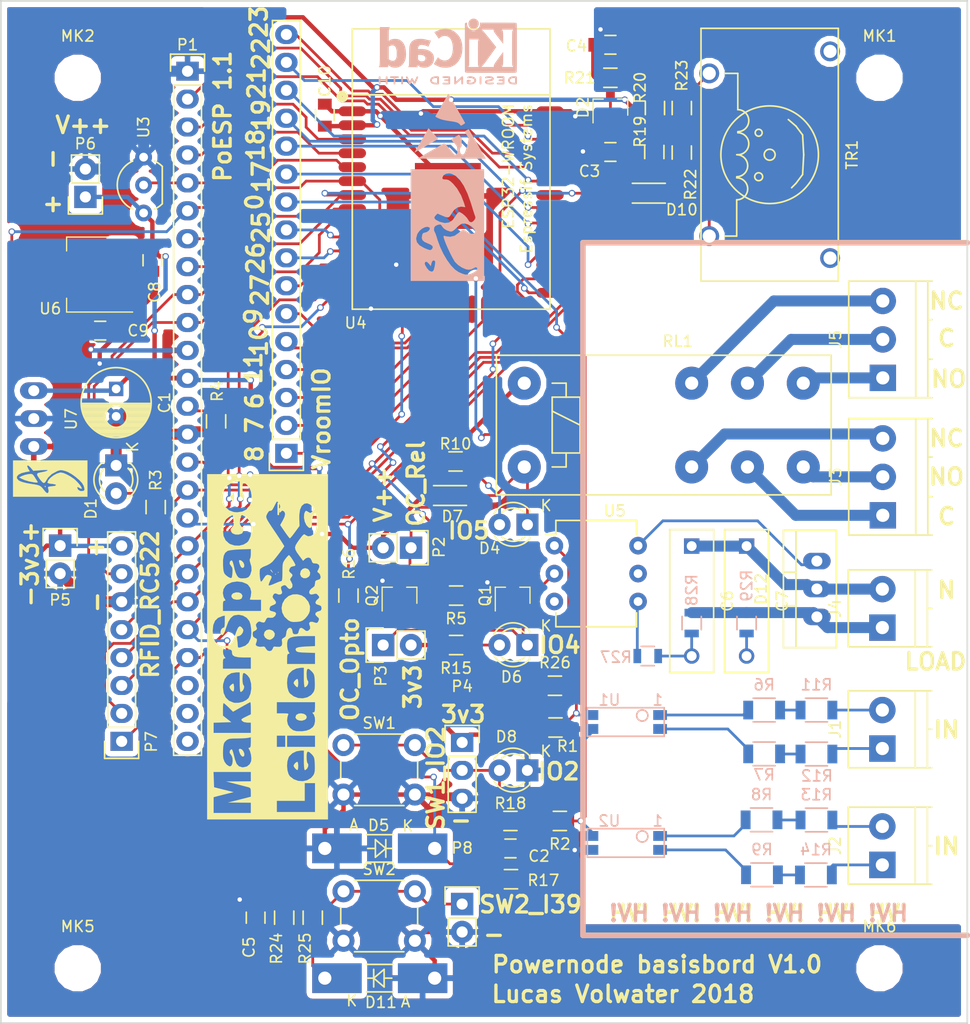
<source format=kicad_pcb>
(kicad_pcb (version 4) (host pcbnew 4.0.5+dfsg1-4)
  (layers (0 F.Cu signal) (31 B.Cu signal) (34 B.Paste user hide) (35 F.Paste user hide) (36 B.SilkS user) (37 F.SilkS user) (38 B.Mask user hide) (39 F.Mask user hide) (44 Edge.Cuts user))
  (net 0 "")
  (net 1 GND)
  (net 2 /IO34)
  (net 3 /IO35)
  (net 4 "Net-(R26-Pad2)")
  (net 5 /AartTriac/OPTO_INPUT)
  (net 6 "Net-(R27-Pad2)")
  (net 7 "Net-(D12-Pad3)")
  (net 8 +3V3)
  (net 9 +12P)
  (net 10 /IO2)
  (net 11 /IO15)
  (net 12 "Net-(C4-Pad1)")
  (net 13 /I_39)
  (net 14 /AartTriac/N)
  (net 15 "Net-(C6-Pad2)")
  (net 16 "Net-(C7-Pad2)")
  (net 17 "Net-(D1-Pad2)")
  (net 18 "Net-(D4-Pad2)")
  (net 19 "Net-(D6-Pad2)")
  (net 20 "Net-(D8-Pad2)")
  (net 21 "Net-(D10-Pad2)")
  (net 22 /AartTriac/LOAD_L)
  (net 23 "Net-(J1-Pad2)")
  (net 24 "Net-(J1-Pad1)")
  (net 25 "Net-(J2-Pad2)")
  (net 26 "Net-(J2-Pad1)")
  (net 27 "Net-(J3-Pad2)")
  (net 28 "Net-(J3-Pad3)")
  (net 29 "Net-(J3-Pad1)")
  (net 30 "Net-(J5-Pad2)")
  (net 31 "Net-(J5-Pad3)")
  (net 32 "Net-(J5-Pad1)")
  (net 33 /TX0)
  (net 34 /RX0)
  (net 35 /EN)
  (net 36 /I_36)
  (net 37 /IO32)
  (net 38 /IO33)
  (net 39 /SET_V++)
  (net 40 /IO4)
  (net 41 /IO16)
  (net 42 /IO5)
  (net 43 /IO14)
  (net 44 /IO12)
  (net 45 /IO13)
  (net 46 "Net-(P8-Pad1)")
  (net 47 /VR8)
  (net 48 /VR7)
  (net 49 /VR6)
  (net 50 /VR11)
  (net 51 /VR10)
  (net 52 /VR9)
  (net 53 /VR27)
  (net 54 /VR26)
  (net 55 /VR25)
  (net 56 /VR23)
  (net 57 /VR22)
  (net 58 /VR21)
  (net 59 /VR19)
  (net 60 /VR18)
  (net 61 /VR17)
  (net 62 /VR0)
  (net 63 "Net-(Q1-Pad1)")
  (net 64 "Net-(Q2-Pad1)")
  (net 65 "Net-(R11-Pad2)")
  (net 66 "Net-(R12-Pad2)")
  (net 67 "Net-(R13-Pad2)")
  (net 68 "Net-(R14-Pad2)")
  (net 69 "Net-(R19-Pad2)")
  (net 70 "Net-(D4-Pad1)")
  (net 71 "Net-(R6-Pad2)")
  (net 72 "Net-(R8-Pad2)")
  (net 73 "Net-(R7-Pad1)")
  (net 74 "Net-(R9-Pad2)")
  (module Housings_DIP:DIP-6_W7.62mm (layer F.Cu) (at 100.4 122.56)
    (fp_text reference U5 (at 5.5 -3.16) (layer F.SilkS))
    (fp_text value MOC3023M)
    (pad 1 thru_hole oval (at 0 0) (size 1.6 1.6) (drill 0.8) (layers *.Cu *.Mask) (net 4 "Net-(R26-Pad2)"))
    (pad 2 thru_hole oval (at 0 2.54) (size 1.6 1.6) (drill 0.8) (layers *.Cu *.Mask) (net 5 /AartTriac/OPTO_INPUT))
    (pad 3 thru_hole oval (at 0 5.08) (size 1.6 1.6) (drill 0.8) (layers *.Cu *.Mask))
    (pad 4 thru_hole oval (at 7.62 5.08) (size 1.6 1.6) (drill 0.8) (layers *.Cu *.Mask) (net 6 "Net-(R27-Pad2)"))
    (pad 5 thru_hole oval (at 7.62 2.54) (size 1.6 1.6) (drill 0.8) (layers *.Cu *.Mask))
    (pad 6 thru_hole oval (at 7.62 0) (size 1.6 1.6) (drill 0.8) (layers *.Cu *.Mask) (net 7 "Net-(D12-Pad3)"))
  )
  (module TO_SOT_Packages_SMD:SOT-223 (layer F.Cu) (at 57.9 97.9 180)
    (fp_text reference U6 (at 3.4 -3.1 180) (layer F.SilkS))
    (fp_text value NCP1117ST33T3G_MountingTab)
    (pad 4 smd rect (at 3.15 0 180) (size 2 3.8) (layers F.Cu F.Paste F.Mask) (net 8 +3V3))
    (pad 2 smd rect (at -3.15 0 180) (size 2 1.5) (layers F.Cu F.Paste F.Mask) (net 8 +3V3))
    (pad 3 smd rect (at -3.15 2.3 180) (size 2 1.5) (layers F.Cu F.Paste F.Mask) (net 9 +12P))
    (pad 1 smd rect (at -3.15 -2.3 180) (size 2 1.5) (layers F.Cu F.Paste F.Mask) (net 1 GND))
  )
  (module Capacitors_ThroughHole:C_Radial_D6.3_L11.2_P2.5 (layer F.Cu) (at 60.5 108.3 270)
    (fp_text reference C1 (at 1.25 -4.4 270) (layer F.SilkS))
    (fp_text value 100uF)
    (pad 2 thru_hole circle (at 2.5 0 270) (size 1.3 1.3) (drill 0.8) (layers *.Cu *.Mask) (net 1 GND))
    (pad 1 thru_hole rect (at 0 0 270) (size 1.3 1.3) (drill 0.8) (layers *.Cu *.Mask) (net 9 +12P))
  )
  (module Capacitors_SMD:C_0805 (layer F.Cu) (at 96.4 150.1 180)
    (fp_text reference C2 (at -2.6 -0.7 180) (layer F.SilkS))
    (fp_text value 100n_OPT)
    (pad 1 smd rect (at -1 0 180) (size 1 1.25) (layers F.Cu F.Paste F.Mask) (net 10 /IO2))
    (pad 2 smd rect (at 1 0 180) (size 1 1.25) (layers F.Cu F.Paste F.Mask) (net 1 GND))
  )
  (module Capacitors_SMD:C_0805_HandSoldering (layer F.Cu) (at 105.5 86.75 180)
    (fp_text reference C3 (at 1.9 -1.75 180) (layer F.SilkS))
    (fp_text value C_OPT)
    (pad 1 smd rect (at -1.25 0 180) (size 1.5 1.25) (layers F.Cu F.Paste F.Mask) (net 11 /IO15))
    (pad 2 smd rect (at 1.25 0 180) (size 1.5 1.25) (layers F.Cu F.Paste F.Mask) (net 1 GND))
  )
  (module Capacitors_SMD:C_0805_HandSoldering (layer F.Cu) (at 105.5 77 180)
    (fp_text reference C4 (at 3.1 -0.1 180) (layer F.SilkS))
    (fp_text value 1u)
    (pad 1 smd rect (at -1.25 0 180) (size 1.5 1.25) (layers F.Cu F.Paste F.Mask) (net 12 "Net-(C4-Pad1)"))
    (pad 2 smd rect (at 1.25 0 180) (size 1.5 1.25) (layers F.Cu F.Paste F.Mask) (net 1 GND))
  )
  (module Capacitors_SMD:C_0805 (layer F.Cu) (at 73.2 156.4 90)
    (fp_text reference C5 (at -2.7 -0.6 90) (layer F.SilkS))
    (fp_text value 100n)
    (pad 1 smd rect (at -1 0 90) (size 1 1.25) (layers F.Cu F.Paste F.Mask) (net 13 /I_39))
    (pad 2 smd rect (at 1 0 90) (size 1 1.25) (layers F.Cu F.Paste F.Mask) (net 1 GND))
  )
  (module Capacitors_ThroughHole:C_Rect_L13_W4_P10 (layer F.Cu) (at 112.9 122.6 270)
    (fp_text reference C6 (at 5 -3.25 270) (layer F.SilkS))
    (fp_text value 10n_MAINS)
    (pad 1 thru_hole rect (at 0 0 270) (size 1.4 1.4) (drill 0.9) (layers *.Cu *.Mask) (net 14 /AartTriac/N))
    (pad 2 thru_hole circle (at 10 0 270) (size 1.4 1.4) (drill 0.9) (layers *.Cu *.Mask) (net 15 "Net-(C6-Pad2)"))
  )
  (module Capacitors_ThroughHole:C_Rect_L13_W4_P10 (layer F.Cu) (at 117.9 122.6 270)
    (fp_text reference C7 (at 5 -3.25 270) (layer F.SilkS))
    (fp_text value 10n_MAINS)
    (pad 1 thru_hole rect (at 0 0 270) (size 1.4 1.4) (drill 0.9) (layers *.Cu *.Mask) (net 14 /AartTriac/N))
    (pad 2 thru_hole circle (at 10 0 270) (size 1.4 1.4) (drill 0.9) (layers *.Cu *.Mask) (net 16 "Net-(C7-Pad2)"))
  )
  (module Capacitors_SMD:C_0805 (layer F.Cu) (at 63.8 96.6 270)
    (fp_text reference C8 (at 2.9 -0.2 270) (layer F.SilkS))
    (fp_text value 100n)
    (pad 1 smd rect (at -1 0 270) (size 1 1.25) (layers F.Cu F.Paste F.Mask) (net 9 +12P))
    (pad 2 smd rect (at 1 0 270) (size 1 1.25) (layers F.Cu F.Paste F.Mask) (net 1 GND))
  )
  (module Capacitors_SMD:C_0805_HandSoldering (layer F.Cu) (at 59.05 103)
    (fp_text reference C9 (at 3.45 0) (layer F.SilkS))
    (fp_text value 2u2+)
    (pad 1 smd rect (at -1.25 0) (size 1.5 1.25) (layers F.Cu F.Paste F.Mask) (net 8 +3V3))
    (pad 2 smd rect (at 1.25 0) (size 1.5 1.25) (layers F.Cu F.Paste F.Mask) (net 1 GND))
  )
  (module Diodes_SMD:MELF-RM10_Universal_Handsoldering (layer F.Cu) (at 84.5 150.1 180)
    (fp_text reference D5 (at 0.1 2.1 180) (layer F.SilkS))
    (fp_text value 3v3_OPT)
    (fp_text user K (at -2.55016 2.04978 180) (layer F.SilkS))
    (fp_text user A (at 2.3495 2.14884 180) (layer F.SilkS))
    (pad 1 thru_hole rect (at -5.00126 0 180) (size 4.49834 2.70002) (drill 1.19888 (offset 1.09982 0)) (layers *.Cu *.Mask) (net 10 /IO2))
    (pad 2 thru_hole rect (at 5.00126 0) (size 4.49834 2.70002) (drill 1.19888 (offset 1.09982 0)) (layers *.Cu *.Mask) (net 1 GND))
  )
  (module Diodes_SMD:MELF-RM10_Universal_Handsoldering (layer F.Cu) (at 84.5 161.9)
    (fp_text reference D11 (at 0.1 2.2) (layer F.SilkS))
    (fp_text value 3v3)
    (fp_text user K (at -2.55016 2.04978) (layer F.SilkS))
    (fp_text user A (at 2.3495 2.14884) (layer F.SilkS))
    (pad 1 thru_hole rect (at -5.00126 0) (size 4.49834 2.70002) (drill 1.19888 (offset 1.09982 0)) (layers *.Cu *.Mask) (net 13 /I_39))
    (pad 2 thru_hole rect (at 5.00126 0 180) (size 4.49834 2.70002) (drill 1.19888 (offset 1.09982 0)) (layers *.Cu *.Mask) (net 1 GND))
  )
  (module TO_SOT_Packages_THT:TO-220_Neutral123_Vertical (layer F.Cu) (at 124.3 126.5 90)
    (fp_text reference D12 (at 0 -5.08 90) (layer F.SilkS))
    (fp_text value Q_TRIAC_AAG_T810_600B)
    (pad 2 thru_hole oval (at 0 0 180) (size 2.49936 1.50114) (drill 1.00076) (layers *.Cu *.Mask) (net 14 /AartTriac/N))
    (pad 1 thru_hole oval (at -2.54 0 180) (size 2.49936 1.50114) (drill 1.00076) (layers *.Cu *.Mask) (net 22 /AartTriac/LOAD_L))
    (pad 3 thru_hole oval (at 2.54 0 180) (size 2.49936 1.50114) (drill 1.00076) (layers *.Cu *.Mask) (net 7 "Net-(D12-Pad3)"))
  )
  (module Terminal_Blocks:TerminalBlock_Pheonix_PT-3.5mm_2pol (layer F.Cu) (at 130.260194 141.012516 90)
    (fp_text reference J1 (at 1.75 -4.3 90) (layer F.SilkS))
    (fp_text value Screw_Terminal_1x02)
    (pad 2 thru_hole circle (at 3.5 0 90) (size 2.4 2.4) (drill 1.2) (layers *.Cu *.Mask) (net 23 "Net-(J1-Pad2)"))
    (pad 1 thru_hole rect (at 0 0 90) (size 2.4 2.4) (drill 1.2) (layers *.Cu *.Mask) (net 24 "Net-(J1-Pad1)"))
  )
  (module Terminal_Blocks:TerminalBlock_Pheonix_PT-3.5mm_2pol (layer F.Cu) (at 130.260194 151.6 90)
    (fp_text reference J2 (at 1.75 -4.3 90) (layer F.SilkS))
    (fp_text value Screw_Terminal_1x02)
    (pad 2 thru_hole circle (at 3.5 0 90) (size 2.4 2.4) (drill 1.2) (layers *.Cu *.Mask) (net 25 "Net-(J2-Pad2)"))
    (pad 1 thru_hole rect (at 0 0 90) (size 2.4 2.4) (drill 1.2) (layers *.Cu *.Mask) (net 26 "Net-(J2-Pad1)"))
  )
  (module Terminal_Blocks:TerminalBlock_Pheonix_PT-3.5mm_2pol (layer F.Cu) (at 130.260194 130.012516 90)
    (fp_text reference J4 (at 1.75 -4.3 90) (layer F.SilkS))
    (fp_text value Screw_Terminal_1x02)
    (pad 2 thru_hole circle (at 3.5 0 90) (size 2.4 2.4) (drill 1.2) (layers *.Cu *.Mask) (net 14 /AartTriac/N))
    (pad 1 thru_hole rect (at 0 0 90) (size 2.4 2.4) (drill 1.2) (layers *.Cu *.Mask) (net 22 /AartTriac/LOAD_L))
  )
  (module Pin_Headers:Pin_Header_Straight_1x25 (layer F.Cu) (at 67 79.4)
    (fp_text reference P1 (at 0 -2.4) (layer F.SilkS))
    (fp_text value CONN_01X25_POESP1.0)
    (pad 1 thru_hole rect (at 0 0) (size 2.032 1.7272) (drill 1.016) (layers *.Cu *.Mask) (net 1 GND))
    (pad 2 thru_hole oval (at 0 2.54) (size 2.032 1.7272) (drill 1.016) (layers *.Cu *.Mask) (net 33 /TX0))
    (pad 3 thru_hole oval (at 0 5.08) (size 2.032 1.7272) (drill 1.016) (layers *.Cu *.Mask) (net 34 /RX0))
    (pad 4 thru_hole oval (at 0 7.62) (size 2.032 1.7272) (drill 1.016) (layers *.Cu *.Mask) (net 35 /EN))
    (pad 5 thru_hole oval (at 0 10.16) (size 2.032 1.7272) (drill 1.016) (layers *.Cu *.Mask) (net 36 /I_36))
    (pad 6 thru_hole oval (at 0 12.7) (size 2.032 1.7272) (drill 1.016) (layers *.Cu *.Mask) (net 13 /I_39))
    (pad 7 thru_hole oval (at 0 15.24) (size 2.032 1.7272) (drill 1.016) (layers *.Cu *.Mask) (net 2 /IO34))
    (pad 8 thru_hole oval (at 0 17.78) (size 2.032 1.7272) (drill 1.016) (layers *.Cu *.Mask) (net 3 /IO35))
    (pad 9 thru_hole oval (at 0 20.32) (size 2.032 1.7272) (drill 1.016) (layers *.Cu *.Mask) (net 37 /IO32))
    (pad 10 thru_hole oval (at 0 22.86) (size 2.032 1.7272) (drill 1.016) (layers *.Cu *.Mask) (net 38 /IO33))
    (pad 11 thru_hole oval (at 0 25.4) (size 2.032 1.7272) (drill 1.016) (layers *.Cu *.Mask) (net 8 +3V3))
    (pad 12 thru_hole oval (at 0 27.94) (size 2.032 1.7272) (drill 1.016) (layers *.Cu *.Mask) (net 9 +12P))
    (pad 13 thru_hole oval (at 0 30.48) (size 2.032 1.7272) (drill 1.016) (layers *.Cu *.Mask) (net 39 /SET_V++))
    (pad 14 thru_hole oval (at 0 33.02) (size 2.032 1.7272) (drill 1.016) (layers *.Cu *.Mask) (net 1 GND))
    (pad 15 thru_hole oval (at 0 35.56) (size 2.032 1.7272) (drill 1.016) (layers *.Cu *.Mask) (net 40 /IO4))
    (pad 16 thru_hole oval (at 0 38.1) (size 2.032 1.7272) (drill 1.016) (layers *.Cu *.Mask) (net 41 /IO16))
    (pad 17 thru_hole oval (at 0 40.64) (size 2.032 1.7272) (drill 1.016) (layers *.Cu *.Mask) (net 42 /IO5))
    (pad 18 thru_hole oval (at 0 43.18) (size 2.032 1.7272) (drill 1.016) (layers *.Cu *.Mask) (net 43 /IO14))
    (pad 19 thru_hole oval (at 0 45.72) (size 2.032 1.7272) (drill 1.016) (layers *.Cu *.Mask) (net 44 /IO12))
    (pad 20 thru_hole oval (at 0 48.26) (size 2.032 1.7272) (drill 1.016) (layers *.Cu *.Mask) (net 45 /IO13))
    (pad 21 thru_hole oval (at 0 50.8) (size 2.032 1.7272) (drill 1.016) (layers *.Cu *.Mask) (net 10 /IO2))
    (pad 22 thru_hole oval (at 0 53.34) (size 2.032 1.7272) (drill 1.016) (layers *.Cu *.Mask) (net 11 /IO15))
    (pad 23 thru_hole oval (at 0 55.88) (size 2.032 1.7272) (drill 1.016) (layers *.Cu *.Mask))
    (pad 24 thru_hole oval (at 0 58.42) (size 2.032 1.7272) (drill 1.016) (layers *.Cu *.Mask))
    (pad 25 thru_hole oval (at 0 60.96) (size 2.032 1.7272) (drill 1.016) (layers *.Cu *.Mask))
  )
  (module Pin_Headers:Pin_Header_Straight_1x02 (layer F.Cu) (at 87.35 122.75 270)
    (fp_text reference P2 (at -0.05 -2.55 450) (layer F.SilkS))
    (fp_text value CONN_01X02)
    (pad 1 thru_hole rect (at 0 0 270) (size 2.032 2.032) (drill 1.016) (layers *.Cu *.Mask) (net 70 "Net-(D4-Pad1)"))
    (pad 2 thru_hole oval (at 0 2.54 270) (size 2.032 2.032) (drill 1.016) (layers *.Cu *.Mask) (net 9 +12P))
  )
  (module Pin_Headers:Pin_Header_Straight_1x02 (layer F.Cu) (at 84.81 131.6 90)
    (fp_text reference P3 (at -2.8 -0.21 270) (layer F.SilkS))
    (fp_text value CONN_01X02)
    (pad 1 thru_hole rect (at 0 0 90) (size 2.032 2.032) (drill 1.016) (layers *.Cu *.Mask) (net 5 /AartTriac/OPTO_INPUT))
    (pad 2 thru_hole oval (at 0 2.54 90) (size 2.032 2.032) (drill 1.016) (layers *.Cu *.Mask) (net 8 +3V3))
  )
  (module Pin_Headers:Pin_Header_Straight_1x03 (layer F.Cu) (at 92 140.46)
    (fp_text reference P4 (at 0 -5.1) (layer F.SilkS))
    (fp_text value CONN_01X03)
    (pad 1 thru_hole rect (at 0 0) (size 2.032 1.7272) (drill 1.016) (layers *.Cu *.Mask) (net 8 +3V3))
    (pad 2 thru_hole oval (at 0 2.54) (size 2.032 1.7272) (drill 1.016) (layers *.Cu *.Mask) (net 20 "Net-(D8-Pad2)"))
    (pad 3 thru_hole oval (at 0 5.08) (size 2.032 1.7272) (drill 1.016) (layers *.Cu *.Mask) (net 1 GND))
  )
  (module Pin_Headers:Pin_Header_Straight_1x02 (layer F.Cu) (at 55.4 122.56)
    (fp_text reference P5 (at 0 4.94) (layer F.SilkS))
    (fp_text value CONN_01X02)
    (pad 1 thru_hole rect (at 0 0) (size 2.032 2.032) (drill 1.016) (layers *.Cu *.Mask) (net 8 +3V3))
    (pad 2 thru_hole oval (at 0 2.54) (size 2.032 2.032) (drill 1.016) (layers *.Cu *.Mask) (net 1 GND))
  )
  (module Pin_Headers:Pin_Header_Straight_1x02 (layer F.Cu) (at 57.7 90.84 180)
    (fp_text reference P6 (at 0 4.84 180) (layer F.SilkS))
    (fp_text value CONN_01X02)
    (pad 1 thru_hole rect (at 0 0 180) (size 2.032 2.032) (drill 1.016) (layers *.Cu *.Mask) (net 9 +12P))
    (pad 2 thru_hole oval (at 0 2.54 180) (size 2.032 2.032) (drill 1.016) (layers *.Cu *.Mask) (net 1 GND))
  )
  (module Pin_Headers:Pin_Header_Straight_1x08 (layer F.Cu) (at 61 140.36 180)
    (fp_text reference P7 (at -2.7 -0.04 270) (layer F.SilkS))
    (fp_text value CONN_01X08)
    (pad 1 thru_hole rect (at 0 0 180) (size 2.032 1.7272) (drill 1.016) (layers *.Cu *.Mask) (net 11 /IO15))
    (pad 2 thru_hole oval (at 0 2.54 180) (size 2.032 1.7272) (drill 1.016) (layers *.Cu *.Mask) (net 43 /IO14))
    (pad 3 thru_hole oval (at 0 5.08 180) (size 2.032 1.7272) (drill 1.016) (layers *.Cu *.Mask) (net 45 /IO13))
    (pad 4 thru_hole oval (at 0 7.62 180) (size 2.032 1.7272) (drill 1.016) (layers *.Cu *.Mask) (net 44 /IO12))
    (pad 5 thru_hole oval (at 0 10.16 180) (size 2.032 1.7272) (drill 1.016) (layers *.Cu *.Mask) (net 38 /IO33))
    (pad 6 thru_hole oval (at 0 12.7 180) (size 2.032 1.7272) (drill 1.016) (layers *.Cu *.Mask) (net 1 GND))
    (pad 7 thru_hole oval (at 0 15.24 180) (size 2.032 1.7272) (drill 1.016) (layers *.Cu *.Mask) (net 37 /IO32))
    (pad 8 thru_hole oval (at 0 17.78 180) (size 2.032 1.7272) (drill 1.016) (layers *.Cu *.Mask) (net 8 +3V3))
  )
  (module Pin_Headers:Pin_Header_Straight_1x02 (layer F.Cu) (at 92 155.16)
    (fp_text reference P8 (at 0 -5.1) (layer F.SilkS))
    (fp_text value CONN_01X02)
    (pad 1 thru_hole rect (at 0 0) (size 2.032 2.032) (drill 1.016) (layers *.Cu *.Mask) (net 46 "Net-(P8-Pad1)"))
    (pad 2 thru_hole oval (at 0 2.54) (size 2.032 2.032) (drill 1.016) (layers *.Cu *.Mask) (net 1 GND))
  )
  (module Pin_Headers:Pin_Header_Straight_1x16 (layer F.Cu) (at 76 114.16 180)
    (fp_text reference P9 (at 0 -5.1 180) (layer F.SilkS))
    (fp_text value CONN_01X16)
    (pad 1 thru_hole rect (at 0 0 180) (size 2.032 1.7272) (drill 1.016) (layers *.Cu *.Mask) (net 47 /VR8))
    (pad 2 thru_hole oval (at 0 2.54 180) (size 2.032 1.7272) (drill 1.016) (layers *.Cu *.Mask) (net 48 /VR7))
    (pad 3 thru_hole oval (at 0 5.08 180) (size 2.032 1.7272) (drill 1.016) (layers *.Cu *.Mask) (net 49 /VR6))
    (pad 4 thru_hole oval (at 0 7.62 180) (size 2.032 1.7272) (drill 1.016) (layers *.Cu *.Mask) (net 50 /VR11))
    (pad 5 thru_hole oval (at 0 10.16 180) (size 2.032 1.7272) (drill 1.016) (layers *.Cu *.Mask) (net 51 /VR10))
    (pad 6 thru_hole oval (at 0 12.7 180) (size 2.032 1.7272) (drill 1.016) (layers *.Cu *.Mask) (net 52 /VR9))
    (pad 7 thru_hole oval (at 0 15.24 180) (size 2.032 1.7272) (drill 1.016) (layers *.Cu *.Mask) (net 53 /VR27))
    (pad 8 thru_hole oval (at 0 17.78 180) (size 2.032 1.7272) (drill 1.016) (layers *.Cu *.Mask) (net 54 /VR26))
    (pad 9 thru_hole oval (at 0 20.32 180) (size 2.032 1.7272) (drill 1.016) (layers *.Cu *.Mask) (net 55 /VR25))
    (pad 10 thru_hole oval (at 0 22.86 180) (size 2.032 1.7272) (drill 1.016) (layers *.Cu *.Mask) (net 62 /VR0))
    (pad 11 thru_hole oval (at 0 25.4 180) (size 2.032 1.7272) (drill 1.016) (layers *.Cu *.Mask) (net 61 /VR17))
    (pad 12 thru_hole oval (at 0 27.94 180) (size 2.032 1.7272) (drill 1.016) (layers *.Cu *.Mask) (net 60 /VR18))
    (pad 13 thru_hole oval (at 0 30.48 180) (size 2.032 1.7272) (drill 1.016) (layers *.Cu *.Mask) (net 59 /VR19))
    (pad 14 thru_hole oval (at 0 33.02 180) (size 2.032 1.7272) (drill 1.016) (layers *.Cu *.Mask) (net 58 /VR21))
    (pad 15 thru_hole oval (at 0 35.56 180) (size 2.032 1.7272) (drill 1.016) (layers *.Cu *.Mask) (net 57 /VR22))
    (pad 16 thru_hole oval (at 0 38.1 180) (size 2.032 1.7272) (drill 1.016) (layers *.Cu *.Mask) (net 56 /VR23))
  )
  (module TO_SOT_Packages_SMD:SOT-23 (layer F.Cu) (at 96.6 127.1 90)
    (fp_text reference Q1 (at 0 -2.5 90) (layer F.SilkS))
    (fp_text value BC847)
    (pad 1 smd rect (at -1 -0.95 90) (size 0.9 0.8) (layers F.Cu F.Paste F.Mask) (net 63 "Net-(Q1-Pad1)"))
    (pad 2 smd rect (at -1 0.95 90) (size 0.9 0.8) (layers F.Cu F.Paste F.Mask) (net 5 /AartTriac/OPTO_INPUT))
    (pad 3 smd rect (at 1 0 90) (size 0.9 0.8) (layers F.Cu F.Paste F.Mask) (net 1 GND))
  )
  (module TO_SOT_Packages_SMD:SOT-23 (layer F.Cu) (at 86.3 127.1 90)
    (fp_text reference Q2 (at 0 -2.5 90) (layer F.SilkS))
    (fp_text value BC847)
    (pad 1 smd rect (at -1 -0.95 90) (size 0.9 0.8) (layers F.Cu F.Paste F.Mask) (net 64 "Net-(Q2-Pad1)"))
    (pad 2 smd rect (at -1 0.95 90) (size 0.9 0.8) (layers F.Cu F.Paste F.Mask) (net 70 "Net-(D4-Pad1)"))
    (pad 3 smd rect (at 1 0 90) (size 0.9 0.8) (layers F.Cu F.Paste F.Mask) (net 1 GND))
  )
  (module Resistors_SMD:R_0805 (layer F.Cu) (at 100.5 139.1 180)
    (fp_text reference R1 (at -1.1 -1.7 180) (layer F.SilkS))
    (fp_text value 33k)
    (pad 1 smd rect (at -0.95 0 180) (size 0.7 1.3) (layers F.Cu F.Paste F.Mask) (net 2 /IO34))
    (pad 2 smd rect (at 0.95 0 180) (size 0.7 1.3) (layers F.Cu F.Paste F.Mask) (net 8 +3V3))
  )
  (module Resistors_SMD:R_0805 (layer F.Cu) (at 100.9 147.6 180)
    (fp_text reference R2 (at 0 -2.1 180) (layer F.SilkS))
    (fp_text value 33k)
    (pad 1 smd rect (at -0.95 0 180) (size 0.7 1.3) (layers F.Cu F.Paste F.Mask) (net 3 /IO35))
    (pad 2 smd rect (at 0.95 0 180) (size 0.7 1.3) (layers F.Cu F.Paste F.Mask) (net 8 +3V3))
  )
  (module Resistors_SMD:R_0805 (layer F.Cu) (at 64.1 119.05 270)
    (fp_text reference R3 (at -2.45 0 270) (layer F.SilkS))
    (fp_text value 2k2)
    (pad 1 smd rect (at -0.95 0 270) (size 0.7 1.3) (layers F.Cu F.Paste F.Mask) (net 17 "Net-(D1-Pad2)"))
    (pad 2 smd rect (at 0.95 0 270) (size 0.7 1.3) (layers F.Cu F.Paste F.Mask) (net 41 /IO16))
  )
  (module Resistors_SMD:R_0805 (layer F.Cu) (at 69.6 111.25 90)
    (fp_text reference R4 (at 2.75 0.1 90) (layer F.SilkS))
    (fp_text value 7k15)
    (pad 1 smd rect (at -0.95 0 90) (size 0.7 1.3) (layers F.Cu F.Paste F.Mask) (net 1 GND))
    (pad 2 smd rect (at 0.95 0 90) (size 0.7 1.3) (layers F.Cu F.Paste F.Mask) (net 39 /SET_V++))
  )
  (module Resistors_SMD:R_0805 (layer F.Cu) (at 91.45 127.1 180)
    (fp_text reference R5 (at 0 -2.1 180) (layer F.SilkS))
    (fp_text value 3k3)
    (pad 1 smd rect (at -0.95 0 180) (size 0.7 1.3) (layers F.Cu F.Paste F.Mask) (net 63 "Net-(Q1-Pad1)"))
    (pad 2 smd rect (at 0.95 0 180) (size 0.7 1.3) (layers F.Cu F.Paste F.Mask) (net 40 /IO4))
  )
  (module Resistors_SMD:R_0805 (layer F.Cu) (at 91.4 114.9 180)
    (fp_text reference R10 (at 0 1.6 180) (layer F.SilkS))
    (fp_text value 33K)
    (pad 1 smd rect (at -0.95 0 180) (size 0.7 1.3) (layers F.Cu F.Paste F.Mask) (net 18 "Net-(D4-Pad2)"))
    (pad 2 smd rect (at 0.95 0 180) (size 0.7 1.3) (layers F.Cu F.Paste F.Mask) (net 9 +12P))
  )
  (module Resistors_SMD:R_0805 (layer F.Cu) (at 91.45 131.6 180)
    (fp_text reference R15 (at 0 -2.1 180) (layer F.SilkS))
    (fp_text value 2k2)
    (pad 1 smd rect (at -0.95 0 180) (size 0.7 1.3) (layers F.Cu F.Paste F.Mask) (net 19 "Net-(D6-Pad2)"))
    (pad 2 smd rect (at 0.95 0 180) (size 0.7 1.3) (layers F.Cu F.Paste F.Mask) (net 8 +3V3))
  )
  (module Resistors_SMD:R_0805 (layer F.Cu) (at 81.65 127.1 90)
    (fp_text reference R16 (at 2.9 0.05 90) (layer F.SilkS))
    (fp_text value 3k3)
    (pad 1 smd rect (at -0.95 0 90) (size 0.7 1.3) (layers F.Cu F.Paste F.Mask) (net 64 "Net-(Q2-Pad1)"))
    (pad 2 smd rect (at 0.95 0 90) (size 0.7 1.3) (layers F.Cu F.Paste F.Mask) (net 42 /IO5))
  )
  (module Resistors_SMD:R_0805 (layer F.Cu) (at 96.45 152.9 180)
    (fp_text reference R17 (at -2.95 -0.1 180) (layer F.SilkS))
    (fp_text value 10K)
    (pad 1 smd rect (at -0.95 0 180) (size 0.7 1.3) (layers F.Cu F.Paste F.Mask) (net 10 /IO2))
    (pad 2 smd rect (at 0.95 0 180) (size 0.7 1.3) (layers F.Cu F.Paste F.Mask) (net 8 +3V3))
  )
  (module Resistors_SMD:R_0805 (layer F.Cu) (at 96.4 147.6)
    (fp_text reference R18 (at 0 -1.6) (layer F.SilkS))
    (fp_text value 470R_OPT)
    (pad 1 smd rect (at -0.95 0) (size 0.7 1.3) (layers F.Cu F.Paste F.Mask) (net 20 "Net-(D8-Pad2)"))
    (pad 2 smd rect (at 0.95 0) (size 0.7 1.3) (layers F.Cu F.Paste F.Mask) (net 10 /IO2))
  )
  (module Resistors_SMD:R_0805 (layer F.Cu) (at 109.5 86.75 90)
    (fp_text reference R19 (at 1.85 -1.3 270) (layer F.SilkS))
    (fp_text value 10k)
    (pad 1 smd rect (at -0.95 0 90) (size 0.7 1.3) (layers F.Cu F.Paste F.Mask) (net 11 /IO15))
    (pad 2 smd rect (at 0.95 0 90) (size 0.7 1.3) (layers F.Cu F.Paste F.Mask) (net 69 "Net-(R19-Pad2)"))
  )
  (module Resistors_SMD:R_0805 (layer F.Cu) (at 109.555 82.75 270)
    (fp_text reference R20 (at -1.85 1.355 270) (layer F.SilkS))
    (fp_text value 33K)
    (pad 1 smd rect (at -0.95 0 270) (size 0.7 1.3) (layers F.Cu F.Paste F.Mask) (net 12 "Net-(C4-Pad1)"))
    (pad 2 smd rect (at 0.95 0 270) (size 0.7 1.3) (layers F.Cu F.Paste F.Mask) (net 8 +3V3))
  )
  (module Resistors_SMD:R_0805 (layer F.Cu) (at 105.5 80)
    (fp_text reference R21 (at -2.8 0) (layer F.SilkS))
    (fp_text value 33K)
    (pad 1 smd rect (at -0.95 0) (size 0.7 1.3) (layers F.Cu F.Paste F.Mask) (net 1 GND))
    (pad 2 smd rect (at 0.95 0) (size 0.7 1.3) (layers F.Cu F.Paste F.Mask) (net 12 "Net-(C4-Pad1)"))
  )
  (module Resistors_SMD:R_0805 (layer F.Cu) (at 112 86.8 90)
    (fp_text reference R22 (at -2.9 0.8 90) (layer F.SilkS))
    (fp_text value 10k)
    (pad 1 smd rect (at -0.95 0 90) (size 0.7 1.3) (layers F.Cu F.Paste F.Mask) (net 21 "Net-(D10-Pad2)"))
    (pad 2 smd rect (at 0.95 0 90) (size 0.7 1.3) (layers F.Cu F.Paste F.Mask) (net 69 "Net-(R19-Pad2)"))
  )
  (module Resistors_SMD:R_0805 (layer F.Cu) (at 112 82.75 90)
    (fp_text reference R23 (at 2.95 0 90) (layer F.SilkS))
    (fp_text value "50R 1%")
    (pad 1 smd rect (at -0.95 0 90) (size 0.7 1.3) (layers F.Cu F.Paste F.Mask) (net 69 "Net-(R19-Pad2)"))
    (pad 2 smd rect (at 0.95 0 90) (size 0.7 1.3) (layers F.Cu F.Paste F.Mask) (net 12 "Net-(C4-Pad1)"))
  )
  (module Resistors_SMD:R_0805 (layer F.Cu) (at 75.8 156.4 90)
    (fp_text reference R24 (at -2.8 -0.7 90) (layer F.SilkS))
    (fp_text value 10K)
    (pad 1 smd rect (at -0.95 0 90) (size 0.7 1.3) (layers F.Cu F.Paste F.Mask) (net 13 /I_39))
    (pad 2 smd rect (at 0.95 0 90) (size 0.7 1.3) (layers F.Cu F.Paste F.Mask) (net 8 +3V3))
  )
  (module Resistors_SMD:R_0805 (layer F.Cu) (at 78.4 156.4 270)
    (fp_text reference R25 (at 2.8 0.7 270) (layer F.SilkS))
    (fp_text value 470R)
    (pad 1 smd rect (at -0.95 0 270) (size 0.7 1.3) (layers F.Cu F.Paste F.Mask) (net 46 "Net-(P8-Pad1)"))
    (pad 2 smd rect (at 0.95 0 270) (size 0.7 1.3) (layers F.Cu F.Paste F.Mask) (net 13 /I_39))
  )
  (module Resistors_SMD:R_0805 (layer F.Cu) (at 100.45 135.3)
    (fp_text reference R26 (at 0 -2.1) (layer F.SilkS))
    (fp_text value 330)
    (pad 1 smd rect (at -0.95 0) (size 0.7 1.3) (layers F.Cu F.Paste F.Mask) (net 8 +3V3))
    (pad 2 smd rect (at 0.95 0) (size 0.7 1.3) (layers F.Cu F.Paste F.Mask) (net 4 "Net-(R26-Pad2)"))
  )
  (module Resistors_SMD:R_0805 (layer B.Cu) (at 108.9 132.6 180)
    (fp_text reference R27 (at 2.9 -0.1 180) (layer B.SilkS) (effects (justify mirror)))
    (fp_text value 470)
    (pad 1 smd rect (at -0.95 0 180) (size 0.7 1.3) (layers B.Cu B.Paste B.Mask) (net 15 "Net-(C6-Pad2)"))
    (pad 2 smd rect (at 0.95 0 180) (size 0.7 1.3) (layers B.Cu B.Paste B.Mask) (net 6 "Net-(R27-Pad2)"))
  )
  (module Resistors_SMD:R_0805 (layer B.Cu) (at 112.9 129.6 270)
    (fp_text reference R28 (at -3 0 270) (layer B.SilkS) (effects (justify mirror)))
    (fp_text value 470)
    (pad 1 smd rect (at -0.95 0 270) (size 0.7 1.3) (layers B.Cu B.Paste B.Mask) (net 22 /AartTriac/LOAD_L))
    (pad 2 smd rect (at 0.95 0 270) (size 0.7 1.3) (layers B.Cu B.Paste B.Mask) (net 15 "Net-(C6-Pad2)"))
  )
  (module Resistors_SMD:R_0805 (layer B.Cu) (at 117.9 129.6 270)
    (fp_text reference R29 (at -3.4 0 270) (layer B.SilkS) (effects (justify mirror)))
    (fp_text value 39)
    (pad 1 smd rect (at -0.95 0 270) (size 0.7 1.3) (layers B.Cu B.Paste B.Mask) (net 22 /AartTriac/LOAD_L))
    (pad 2 smd rect (at 0.95 0 270) (size 0.7 1.3) (layers B.Cu B.Paste B.Mask) (net 16 "Net-(C7-Pad2)"))
  )
  (module Buttons_Switches_ThroughHole:SW_PUSH_6mm_h13mm (layer F.Cu) (at 81.2 140.7)
    (fp_text reference SW1 (at 3.25 -2) (layer F.SilkS))
    (fp_text value SW_Push)
    (pad 2 thru_hole circle (at 0 4.5 90) (size 2 2) (drill 1.1) (layers *.Cu *.Mask) (net 1 GND))
    (pad 1 thru_hole circle (at 0 0 90) (size 2 2) (drill 1.1) (layers *.Cu *.Mask) (net 20 "Net-(D8-Pad2)"))
    (pad 2 thru_hole circle (at 6.5 4.5 90) (size 2 2) (drill 1.1) (layers *.Cu *.Mask) (net 1 GND))
    (pad 1 thru_hole circle (at 6.5 0 90) (size 2 2) (drill 1.1) (layers *.Cu *.Mask) (net 20 "Net-(D8-Pad2)"))
  )
  (module Buttons_Switches_ThroughHole:SW_PUSH_6mm_h13mm (layer F.Cu) (at 81.2 154)
    (fp_text reference SW2 (at 3.25 -2) (layer F.SilkS))
    (fp_text value SW_Push)
    (pad 2 thru_hole circle (at 0 4.5 90) (size 2 2) (drill 1.1) (layers *.Cu *.Mask) (net 1 GND))
    (pad 1 thru_hole circle (at 0 0 90) (size 2 2) (drill 1.1) (layers *.Cu *.Mask) (net 46 "Net-(P8-Pad1)"))
    (pad 2 thru_hole circle (at 6.5 4.5 90) (size 2 2) (drill 1.1) (layers *.Cu *.Mask) (net 1 GND))
    (pad 1 thru_hole circle (at 6.5 0 90) (size 2 2) (drill 1.1) (layers *.Cu *.Mask) (net 46 "Net-(P8-Pad1)"))
  )
  (module TO_SOT_Packages_THT:TO-92_Inline_Wide (layer F.Cu) (at 63 92.3 90)
    (fp_text reference U3 (at 7.8 0 270) (layer F.SilkS))
    (fp_text value LM35-LP)
    (pad 2 thru_hole circle (at 2.54 0 180) (size 1.524 1.524) (drill 0.8) (layers *.Cu *.Mask) (net 36 /I_36))
    (pad 3 thru_hole circle (at 5.08 0 180) (size 1.524 1.524) (drill 0.8) (layers *.Cu *.Mask) (net 1 GND))
    (pad 1 thru_hole circle (at 0 0 180) (size 1.524 1.524) (drill 0.8) (layers *.Cu *.Mask) (net 9 +12P))
  )
  (module ESP32-footprints-Lib:ESP32-WROOM (layer F.Cu) (at 91 88.3 180)
    (fp_text reference U4 (at 8.7 -14 180) (layer F.SilkS))
    (fp_text value ESP32-WROOM)
    (fp_text user "Espressif Systems" (at -6.858 -0.889 270) (layer F.SilkS))
    (fp_text user ESP32-WROOM (at -5.207 0.254 270) (layer F.SilkS))
    (pad 38 smd oval (at -9 5.25 180) (size 2.5 0.9) (layers F.Cu F.Paste F.Mask) (net 1 GND))
    (pad 37 smd oval (at -9 3.98 180) (size 2.5 0.9) (layers F.Cu F.Paste F.Mask) (net 56 /VR23))
    (pad 36 smd oval (at -9 2.71 180) (size 2.5 0.9) (layers F.Cu F.Paste F.Mask) (net 57 /VR22))
    (pad 35 smd oval (at -9 1.44 180) (size 2.5 0.9) (layers F.Cu F.Paste F.Mask) (net 33 /TX0))
    (pad 34 smd oval (at -9 0.17 180) (size 2.5 0.9) (layers F.Cu F.Paste F.Mask) (net 34 /RX0))
    (pad 33 smd oval (at -9 -1.1 180) (size 2.5 0.9) (layers F.Cu F.Paste F.Mask) (net 58 /VR21))
    (pad 32 smd oval (at -9 -2.37 180) (size 2.5 0.9) (layers F.Cu F.Paste F.Mask))
    (pad 31 smd oval (at -9 -3.64 180) (size 2.5 0.9) (layers F.Cu F.Paste F.Mask) (net 59 /VR19))
    (pad 30 smd oval (at -9 -4.91 180) (size 2.5 0.9) (layers F.Cu F.Paste F.Mask) (net 60 /VR18))
    (pad 29 smd oval (at -9 -6.18 180) (size 2.5 0.9) (layers F.Cu F.Paste F.Mask) (net 42 /IO5))
    (pad 28 smd oval (at -9 -7.45 180) (size 2.5 0.9) (layers F.Cu F.Paste F.Mask) (net 61 /VR17))
    (pad 27 smd oval (at -9 -8.72 180) (size 2.5 0.9) (layers F.Cu F.Paste F.Mask) (net 41 /IO16))
    (pad 26 smd oval (at -9 -9.99 180) (size 2.5 0.9) (layers F.Cu F.Paste F.Mask) (net 40 /IO4))
    (pad 25 smd oval (at -9 -11.26 180) (size 2.5 0.9) (layers F.Cu F.Paste F.Mask) (net 62 /VR0))
    (pad 24 smd oval (at -5.715 -12.75 180) (size 0.9 2.5) (layers F.Cu F.Paste F.Mask) (net 10 /IO2))
    (pad 23 smd oval (at -4.445 -12.75 180) (size 0.9 2.5) (layers F.Cu F.Paste F.Mask) (net 11 /IO15))
    (pad 22 smd oval (at -3.175 -12.75 180) (size 0.9 2.5) (layers F.Cu F.Paste F.Mask) (net 47 /VR8))
    (pad 21 smd oval (at -1.905 -12.75 180) (size 0.9 2.5) (layers F.Cu F.Paste F.Mask) (net 48 /VR7))
    (pad 20 smd oval (at -0.635 -12.75 180) (size 0.9 2.5) (layers F.Cu F.Paste F.Mask) (net 49 /VR6))
    (pad 19 smd oval (at 0.635 -12.75 180) (size 0.9 2.5) (layers F.Cu F.Paste F.Mask) (net 50 /VR11))
    (pad 18 smd oval (at 1.905 -12.75 180) (size 0.9 2.5) (layers F.Cu F.Paste F.Mask) (net 51 /VR10))
    (pad 17 smd oval (at 3.175 -12.75 180) (size 0.9 2.5) (layers F.Cu F.Paste F.Mask) (net 52 /VR9))
    (pad 16 smd oval (at 4.445 -12.75 180) (size 0.9 2.5) (layers F.Cu F.Paste F.Mask) (net 45 /IO13))
    (pad 15 smd oval (at 5.715 -12.75 180) (size 0.9 2.5) (layers F.Cu F.Paste F.Mask) (net 1 GND))
    (pad 14 smd oval (at 9 -11.26 180) (size 2.5 0.9) (layers F.Cu F.Paste F.Mask) (net 44 /IO12))
    (pad 13 smd oval (at 9 -9.99 180) (size 2.5 0.9) (layers F.Cu F.Paste F.Mask) (net 43 /IO14))
    (pad 12 smd oval (at 9 -8.72 180) (size 2.5 0.9) (layers F.Cu F.Paste F.Mask) (net 53 /VR27))
    (pad 11 smd oval (at 9 -7.45 180) (size 2.5 0.9) (layers F.Cu F.Paste F.Mask) (net 54 /VR26))
    (pad 10 smd oval (at 9 -6.18 180) (size 2.5 0.9) (layers F.Cu F.Paste F.Mask) (net 55 /VR25))
    (pad 9 smd oval (at 9 -4.91 180) (size 2.5 0.9) (layers F.Cu F.Paste F.Mask) (net 38 /IO33))
    (pad 8 smd oval (at 9 -3.64 180) (size 2.5 0.9) (layers F.Cu F.Paste F.Mask) (net 37 /IO32))
    (pad 7 smd oval (at 9 -2.37 180) (size 2.5 0.9) (layers F.Cu F.Paste F.Mask) (net 3 /IO35))
    (pad 6 smd oval (at 9 -1.1 180) (size 2.5 0.9) (layers F.Cu F.Paste F.Mask) (net 2 /IO34))
    (pad 5 smd oval (at 9 0.17 180) (size 2.5 0.9) (layers F.Cu F.Paste F.Mask) (net 13 /I_39))
    (pad 4 smd oval (at 9 1.44 180) (size 2.5 0.9) (layers F.Cu F.Paste F.Mask) (net 36 /I_36))
    (pad 3 smd oval (at 9 2.71 180) (size 2.5 0.9) (layers F.Cu F.Paste F.Mask) (net 35 /EN))
    (pad 2 smd oval (at 9 3.98 180) (size 2.5 0.9) (layers F.Cu F.Paste F.Mask) (net 8 +3V3))
    (pad 1 smd oval (at 9 5.25 180) (size 2.5 0.9) (layers F.Cu F.Paste F.Mask) (net 1 GND))
    (pad 39 smd rect (at 0.3 -2.45 180) (size 6 6) (layers F.Cu F.Paste F.Mask) (net 1 GND))
  )
  (module Terminal_Blocks:TerminalBlock_Pheonix_PT-3.5mm_3pol (layer F.Cu) (at 130.3 119.8 90)
    (fp_text reference J3 (at 3.5 -4.3 90) (layer F.SilkS))
    (fp_text value Screw_Terminal_1x03)
    (pad 2 thru_hole circle (at 3.5 0 90) (size 2.4 2.4) (drill 1.2) (layers *.Cu *.Mask) (net 27 "Net-(J3-Pad2)"))
    (pad 3 thru_hole circle (at 7 0 90) (size 2.4 2.4) (drill 1.2) (layers *.Cu *.Mask) (net 28 "Net-(J3-Pad3)"))
    (pad 1 thru_hole rect (at 0 0 90) (size 2.4 2.4) (drill 1.2) (layers *.Cu *.Mask) (net 29 "Net-(J3-Pad1)"))
  )
  (module Terminal_Blocks:TerminalBlock_Pheonix_PT-3.5mm_3pol (layer F.Cu) (at 130.3 107.3 90)
    (fp_text reference J5 (at 3.5 -4.3 90) (layer F.SilkS))
    (fp_text value Screw_Terminal_1x03)
    (pad 2 thru_hole circle (at 3.5 0 90) (size 2.4 2.4) (drill 1.2) (layers *.Cu *.Mask) (net 30 "Net-(J5-Pad2)"))
    (pad 3 thru_hole circle (at 7 0 90) (size 2.4 2.4) (drill 1.2) (layers *.Cu *.Mask) (net 31 "Net-(J5-Pad3)"))
    (pad 1 thru_hole rect (at 0 0 90) (size 2.4 2.4) (drill 1.2) (layers *.Cu *.Mask) (net 32 "Net-(J5-Pad1)"))
  )
  (module MyLib:ZMCT118F_smile (layer F.Cu) (at 120 87 90)
    (fp_text reference TR1 (at 0 7.5 90) (layer F.SilkS))
    (fp_text value "ZMCT118F 1000:1")
    (pad 1 thru_hole circle (at -7.4 -5.5 90) (size 1.8 1.8) (drill 1.2) (layers *.Cu *.Mask) (net 69 "Net-(R19-Pad2)"))
    (pad 2 thru_hole circle (at 7.4 -5.5 90) (size 1.8 1.8) (drill 1.2) (layers *.Cu *.Mask) (net 12 "Net-(C4-Pad1)"))
    (pad 3 thru_hole circle (at -9.4 5.5 90) (size 1.8 1.8) (drill 1.2) (layers *.Cu *.Mask))
    (pad 4 thru_hole circle (at 9.4 5.5 90) (size 1.8 1.8) (drill 1.2) (layers *.Cu *.Mask))
  )
  (module MyLib:SSOP4_HP (layer B.Cu) (at 106.9 138.6 180)
    (fp_text reference U1 (at 1.5 2 180) (layer B.SilkS) (effects (justify mirror)))
    (fp_text value VOS627)
    (fp_text user 1 (at -2.9 2 180) (layer B.SilkS) (effects (justify mirror)))
    (pad 1 smd rect (at -3.125 0.635 180) (size 1.25 0.9) (layers B.Cu B.Paste B.Mask) (net 71 "Net-(R6-Pad2)"))
    (pad 2 smd rect (at -3.125 -0.635 180) (size 1.25 0.9) (layers B.Cu B.Paste B.Mask) (net 73 "Net-(R7-Pad1)"))
    (pad 4 smd rect (at 3.125 0.635 180) (size 1.25 0.9) (layers B.Cu B.Paste B.Mask) (net 2 /IO34))
    (pad 3 smd rect (at 3.125 -0.635 180) (size 1.25 0.9) (layers B.Cu B.Paste B.Mask) (net 1 GND))
  )
  (module MyLib:SSOP4_HP (layer B.Cu) (at 106.9 149.6 180)
    (fp_text reference U2 (at 1.5 2 180) (layer B.SilkS) (effects (justify mirror)))
    (fp_text value VOS627)
    (fp_text user 1 (at -2.9 2 180) (layer B.SilkS) (effects (justify mirror)))
    (pad 1 smd rect (at -3.125 0.635 180) (size 1.25 0.9) (layers B.Cu B.Paste B.Mask) (net 72 "Net-(R8-Pad2)"))
    (pad 2 smd rect (at -3.125 -0.635 180) (size 1.25 0.9) (layers B.Cu B.Paste B.Mask) (net 74 "Net-(R9-Pad2)"))
    (pad 4 smd rect (at 3.125 0.635 180) (size 1.25 0.9) (layers B.Cu B.Paste B.Mask) (net 3 /IO35))
    (pad 3 smd rect (at 3.125 -0.635 180) (size 1.25 0.9) (layers B.Cu B.Paste B.Mask) (net 1 GND))
  )
  (module LEDs:LED-3MM (layer F.Cu) (at 60.5 115.26 270)
    (fp_text reference D1 (at 3.94 2.3 450) (layer F.SilkS))
    (fp_text value AARTLED)
    (fp_text user K (at -1.69 -1.5 270) (layer F.SilkS))
    (pad 1 thru_hole rect (at 0 0) (size 2 2) (drill 1.00076) (layers *.Cu *.Mask) (net 1 GND))
    (pad 2 thru_hole circle (at 2.54 0 270) (size 2 2) (drill 1.00076) (layers *.Cu *.Mask) (net 17 "Net-(D1-Pad2)"))
  )
  (module LEDs:LED-3MM (layer F.Cu) (at 97.95 120.65 180)
    (fp_text reference D4 (at 3.45 -2.15 180) (layer F.SilkS))
    (fp_text value LED)
    (fp_text user K (at -1.69 1.74 180) (layer F.SilkS))
    (pad 1 thru_hole rect (at 0 0 270) (size 2 2) (drill 1.00076) (layers *.Cu *.Mask) (net 70 "Net-(D4-Pad1)"))
    (pad 2 thru_hole circle (at 2.54 0 180) (size 2 2) (drill 1.00076) (layers *.Cu *.Mask) (net 18 "Net-(D4-Pad2)"))
  )
  (module LEDs:LED-3MM (layer F.Cu) (at 97.94 131.6 180)
    (fp_text reference D6 (at 1.44 -2.9 180) (layer F.SilkS))
    (fp_text value LED)
    (fp_text user K (at -1.69 1.74 180) (layer F.SilkS))
    (pad 1 thru_hole rect (at 0 0 270) (size 2 2) (drill 1.00076) (layers *.Cu *.Mask) (net 5 /AartTriac/OPTO_INPUT))
    (pad 2 thru_hole circle (at 2.54 0 180) (size 2 2) (drill 1.00076) (layers *.Cu *.Mask) (net 19 "Net-(D6-Pad2)"))
  )
  (module LEDs:LED-3MM (layer F.Cu) (at 97.94 143 180)
    (fp_text reference D8 (at 1.91 3.06 180) (layer F.SilkS))
    (fp_text value LED)
    (fp_text user K (at -1.69 1.74 180) (layer F.SilkS))
    (pad 1 thru_hole rect (at 0 0 270) (size 2 2) (drill 1.00076) (layers *.Cu *.Mask) (net 1 GND))
    (pad 2 thru_hole circle (at 2.54 0 180) (size 2 2) (drill 1.00076) (layers *.Cu *.Mask) (net 20 "Net-(D8-Pad2)"))
  )
  (module Mounting_Holes:MountingHole_3.2mm_M3_DIN965 (layer F.Cu) (at 130 80)
    (fp_text reference MK1 (at 0 -3.8) (layer F.SilkS))
    (fp_text value Mounting_Hole)
    (pad 1 np_thru_hole circle (at 0 0) (size 3.2 3.2) (drill 3.2) (layers *.Cu *.Mask))
  )
  (module Mounting_Holes:MountingHole_3.2mm_M3_DIN965 (layer F.Cu) (at 57 80)
    (fp_text reference MK2 (at 0 -3.8) (layer F.SilkS))
    (fp_text value Mounting_Hole)
    (pad 1 np_thru_hole circle (at 0 0) (size 3.2 3.2) (drill 3.2) (layers *.Cu *.Mask))
  )
  (module Symbols:KiCad-Logo2_6mm_SilkScreen (layer B.Cu) (at 90.7 77.6 180)
    (fp_text reference MK3 hide)
    (fp_text value Logo_Kicad hide)
  )
  (module MyLib:LJPVLOGO (layer B.Cu) (at 90.7 93.4 180)
    (fp_text reference MK4 hide)
    (fp_text value Logo_LJP hide)
  )
  (module Mounting_Holes:MountingHole_3.2mm_M3_DIN965 (layer F.Cu) (at 57 161)
    (fp_text reference MK5 (at 0 -3.8) (layer F.SilkS))
    (fp_text value Mounting_Hole)
    (pad 1 np_thru_hole circle (at 0 0) (size 3.2 3.2) (drill 3.2) (layers *.Cu *.Mask))
  )
  (module Mounting_Holes:MountingHole_3.2mm_M3_DIN965 (layer F.Cu) (at 130 161)
    (fp_text reference MK6 (at 0 -3.8) (layer F.SilkS))
    (fp_text value Mounting_Hole)
    (pad 1 np_thru_hole circle (at 0 0) (size 3.2 3.2) (drill 3.2) (layers *.Cu *.Mask))
  )
  (module Symbols:ESD-Logo_6.6x6mm_SilkScreen (layer B.Cu) (at 90.9 84.4 180)
    (fp_text reference MK9 hide)
    (fp_text value Logo_ESD hide)
  )
  (module MyLib:LOGO_MSL_Silk (layer F.Cu) (at 74.2 131.8 90)
    (fp_text reference MK7 hide)
    (fp_text value Logo_MSL hide)
  )
  (module Relays_ThroughHole:Relay_DPDT_Schrack-RT2_RM5mm (layer F.Cu) (at 97.66 115.4)
    (fp_text reference RL1 (at 13.97 -11.43) (layer F.SilkS))
    (fp_text value FINDER-40.52)
    (pad A1 thru_hole circle (at 0 -7.62) (size 2.99974 2.99974) (drill 1.19888) (layers *.Cu *.Mask) (net 9 +12P))
    (pad A2 thru_hole circle (at 0 0) (size 2.99974 2.99974) (drill 1.19888) (layers *.Cu *.Mask) (net 70 "Net-(D4-Pad1)"))
    (pad 22 thru_hole circle (at 15.24 0) (size 2.99974 2.99974) (drill 1.19888) (layers *.Cu *.Mask) (net 28 "Net-(J3-Pad3)"))
    (pad 21 thru_hole circle (at 20.32 0) (size 2.99974 2.99974) (drill 1.19888) (layers *.Cu *.Mask) (net 29 "Net-(J3-Pad1)"))
    (pad 24 thru_hole circle (at 25.4 0) (size 2.99974 2.99974) (drill 1.19888) (layers *.Cu *.Mask) (net 27 "Net-(J3-Pad2)"))
    (pad 12 thru_hole circle (at 15.24 -7.62) (size 2.99974 2.99974) (drill 1.19888) (layers *.Cu *.Mask) (net 31 "Net-(J5-Pad3)"))
    (pad 11 thru_hole circle (at 20.32 -7.62) (size 2.99974 2.99974) (drill 1.19888) (layers *.Cu *.Mask) (net 30 "Net-(J5-Pad2)"))
    (pad 14 thru_hole circle (at 25.4 -7.62) (size 2.99974 2.99974) (drill 1.19888) (layers *.Cu *.Mask) (net 32 "Net-(J5-Pad1)"))
  )
  (module Diodes_SMD:SOD-123 (layer F.Cu) (at 91.4 118)
    (fp_text reference D7 (at -0.3 1.9) (layer F.SilkS))
    (fp_text value 1n4148)
    (pad 1 smd rect (at -1.635 0) (size 0.91 1.22) (layers F.Cu F.Paste F.Mask) (net 9 +12P))
    (pad 2 smd rect (at 1.635 0) (size 0.91 1.22) (layers F.Cu F.Paste F.Mask) (net 70 "Net-(D4-Pad1)"))
  )
  (module Diodes_SMD:SOD-123 (layer F.Cu) (at 109.5 90.5)
    (fp_text reference D10 (at 2.5 1.5) (layer F.SilkS))
    (fp_text value OPTIONAL4148)
    (pad 1 smd rect (at -1.635 0) (size 0.91 1.22) (layers F.Cu F.Paste F.Mask) (net 11 /IO15))
    (pad 2 smd rect (at 1.635 0) (size 0.91 1.22) (layers F.Cu F.Paste F.Mask) (net 21 "Net-(D10-Pad2)"))
  )
  (module MyLib:Logo_AS_Small (layer F.Cu) (at 54.5 116.5 90)
    (fp_text reference MK8 hide)
    (fp_text value Logo_AS hide)
  )
  (module Capacitors_SMD:C_0805 (layer F.Cu) (at 79.5 83.4 270)
    (fp_text reference C10 (at -3.1 0 270) (layer F.SilkS))
    (fp_text value 100n)
    (pad 1 smd rect (at -1 0 270) (size 1 1.25) (layers F.Cu F.Paste F.Mask) (net 1 GND))
    (pad 2 smd rect (at 1 0 270) (size 1 1.25) (layers F.Cu F.Paste F.Mask) (net 8 +3V3))
  )
  (module Resistors_SMD:R_1206 (layer B.Cu) (at 119.5 137.512516 180)
    (fp_text reference R6 (at 0 2.3 180) (layer B.SilkS) (effects (justify mirror)))
    (fp_text value 68k)
    (pad 1 smd rect (at -1.45 0 180) (size 0.9 1.7) (layers B.Cu B.Paste B.Mask) (net 65 "Net-(R11-Pad2)"))
    (pad 2 smd rect (at 1.45 0 180) (size 0.9 1.7) (layers B.Cu B.Paste B.Mask) (net 71 "Net-(R6-Pad2)"))
  )
  (module Resistors_SMD:R_1206 (layer B.Cu) (at 119.5 141.5)
    (fp_text reference R7 (at 0 1.9) (layer B.SilkS) (effects (justify mirror)))
    (fp_text value 68k)
    (pad 1 smd rect (at -1.45 0) (size 0.9 1.7) (layers B.Cu B.Paste B.Mask) (net 73 "Net-(R7-Pad1)"))
    (pad 2 smd rect (at 1.45 0) (size 0.9 1.7) (layers B.Cu B.Paste B.Mask) (net 66 "Net-(R12-Pad2)"))
  )
  (module Resistors_SMD:R_1206 (layer B.Cu) (at 119.260194 147.5 180)
    (fp_text reference R8 (at 0 2.3 180) (layer B.SilkS) (effects (justify mirror)))
    (fp_text value 68k)
    (pad 1 smd rect (at -1.45 0 180) (size 0.9 1.7) (layers B.Cu B.Paste B.Mask) (net 67 "Net-(R13-Pad2)"))
    (pad 2 smd rect (at 1.45 0 180) (size 0.9 1.7) (layers B.Cu B.Paste B.Mask) (net 72 "Net-(R8-Pad2)"))
  )
  (module Resistors_SMD:R_1206 (layer B.Cu) (at 119.3 152.5 180)
    (fp_text reference R9 (at 0 2.3 180) (layer B.SilkS) (effects (justify mirror)))
    (fp_text value 68k)
    (pad 1 smd rect (at -1.45 0 180) (size 0.9 1.7) (layers B.Cu B.Paste B.Mask) (net 68 "Net-(R14-Pad2)"))
    (pad 2 smd rect (at 1.45 0 180) (size 0.9 1.7) (layers B.Cu B.Paste B.Mask) (net 74 "Net-(R9-Pad2)"))
  )
  (module Resistors_SMD:R_1206 (layer B.Cu) (at 124.260194 137.512516 180)
    (fp_text reference R11 (at 0 2.3 180) (layer B.SilkS) (effects (justify mirror)))
    (fp_text value 68k)
    (pad 1 smd rect (at -1.45 0 180) (size 0.9 1.7) (layers B.Cu B.Paste B.Mask) (net 23 "Net-(J1-Pad2)"))
    (pad 2 smd rect (at 1.45 0 180) (size 0.9 1.7) (layers B.Cu B.Paste B.Mask) (net 65 "Net-(R11-Pad2)"))
  )
  (module Resistors_SMD:R_1206 (layer B.Cu) (at 124.260194 141.512516 180)
    (fp_text reference R12 (at -0.039806 -1.987484 180) (layer B.SilkS) (effects (justify mirror)))
    (fp_text value 68k)
    (pad 1 smd rect (at -1.45 0 180) (size 0.9 1.7) (layers B.Cu B.Paste B.Mask) (net 24 "Net-(J1-Pad1)"))
    (pad 2 smd rect (at 1.45 0 180) (size 0.9 1.7) (layers B.Cu B.Paste B.Mask) (net 66 "Net-(R12-Pad2)"))
  )
  (module Resistors_SMD:R_1206 (layer B.Cu) (at 124.260194 147.512516 180)
    (fp_text reference R13 (at 0 2.3 180) (layer B.SilkS) (effects (justify mirror)))
    (fp_text value 68k)
    (pad 1 smd rect (at -1.45 0 180) (size 0.9 1.7) (layers B.Cu B.Paste B.Mask) (net 25 "Net-(J2-Pad2)"))
    (pad 2 smd rect (at 1.45 0 180) (size 0.9 1.7) (layers B.Cu B.Paste B.Mask) (net 67 "Net-(R13-Pad2)"))
  )
  (module Resistors_SMD:R_1206 (layer B.Cu) (at 124.210194 152.512516 180)
    (fp_text reference R14 (at 0 2.3 180) (layer B.SilkS) (effects (justify mirror)))
    (fp_text value 68k)
    (pad 1 smd rect (at -1.45 0 180) (size 0.9 1.7) (layers B.Cu B.Paste B.Mask) (net 26 "Net-(J2-Pad1)"))
    (pad 2 smd rect (at 1.45 0 180) (size 0.9 1.7) (layers B.Cu B.Paste B.Mask) (net 68 "Net-(R14-Pad2)"))
  )
  (module TO_SOT_Packages_SMD:SOT-23 (layer F.Cu) (at 105.5 82.7 90)
    (fp_text reference D2 (at 0 -2.5 90) (layer F.SilkS))
    (fp_text value bav99+)
    (pad 1 smd rect (at -1 -0.95 90) (size 0.9 0.8) (layers F.Cu F.Paste F.Mask) (net 1 GND))
    (pad 2 smd rect (at -1 0.95 90) (size 0.9 0.8) (layers F.Cu F.Paste F.Mask) (net 8 +3V3))
    (pad 3 smd rect (at 1 0 90) (size 0.9 0.8) (layers F.Cu F.Paste F.Mask) (net 11 /IO15))
  )
  (module TO_SOT_Packages_THT:TO-220_Neutral123_PadsOnly (layer F.Cu) (at 53 111 270)
    (fp_text reference U7 (at 0.0508 -3.40106 270) (layer F.SilkS))
    (fp_text value R-78E3.3-0.5)
    (pad 2 thru_hole oval (at 0 0) (size 2.49936 1.50114) (drill 1.00076) (layers *.Cu *.Mask) (net 1 GND))
    (pad 1 thru_hole oval (at -2.54 0) (size 2.49936 1.50114) (drill 1.00076) (layers *.Cu *.Mask) (net 9 +12P))
    (pad 3 thru_hole oval (at 2.54 0) (size 2.49936 1.50114) (drill 1.00076) (layers *.Cu *.Mask) (net 8 +3V3))
  )
  (gr_text "SW2_I39 " (at 98.8 155.2) (layer F.SilkS) (effects (font (size 1.5 1.5) (thickness 0.3))))
  (gr_text - (at 94.9 157.9) (layer F.SilkS) (effects (font (size 1.5 1.5) (thickness 0.3))))
  (gr_text IO5 (at 92.6 121.2) (layer F.SilkS) (effects (font (size 1.5 1.5) (thickness 0.3))))
  (gr_text IO4 (at 100.9 131.6) (layer F.SilkS) (effects (font (size 1.5 1.5) (thickness 0.3))))
  (gr_text IO2 (at 100.8 143.1) (layer F.SilkS) (effects (font (size 1.5 1.5) (thickness 0.3))))
  (gr_text SW1_IO2 (at 89.6 143.7 90) (layer F.SilkS) (effects (font (size 1.5 1.5) (thickness 0.3))))
  (gr_text - (at 91.9 147.5) (layer F.SilkS) (effects (font (size 1.5 1.5) (thickness 0.3))))
  (gr_text 3v3 (at 92.1 137.9) (layer F.SilkS) (effects (font (size 1.5 1.5) (thickness 0.3))))
  (gr_text OC_Opto (at 81.8 133.8 90) (layer F.SilkS) (effects (font (size 1.5 1.5) (thickness 0.3))))
  (gr_text 3v3 (at 87.5 135.4 90) (layer F.SilkS) (effects (font (size 1.5 1.5) (thickness 0.3))))
  (gr_text OC_Rel (at 87.8 116.9 90) (layer F.SilkS) (effects (font (size 1.5 1.5) (thickness 0.3))))
  (gr_text V++ (at 57.5 84.3) (layer F.SilkS) (effects (font (size 1.5 1.5) (thickness 0.3))))
  (gr_text V++ (at 84.8 117.9 90) (layer F.SilkS) (effects (font (size 1.5 1.5) (thickness 0.3))))
  (gr_text 23 (at 73.5 74.9 90) (layer F.SilkS) (effects (font (size 1.5 1.5) (thickness 0.3))))
  (gr_text 22 (at 73.7 77.8 90) (layer F.SilkS) (effects (font (size 1.5 1.5) (thickness 0.3))))
  (gr_text 21 (at 73.3 80.5 90) (layer F.SilkS) (effects (font (size 1.5 1.5) (thickness 0.3))))
  (gr_text 19 (at 73.7 83.4 90) (layer F.SilkS) (effects (font (size 1.5 1.5) (thickness 0.3))))
  (gr_text 18 (at 73.2 86.1 90) (layer F.SilkS) (effects (font (size 1.5 1.5) (thickness 0.3))))
  (gr_text 17 (at 73.7 89 90) (layer F.SilkS) (effects (font (size 1.5 1.5) (thickness 0.3))))
  (gr_text 0 (at 73.1 91.3 90) (layer F.SilkS) (effects (font (size 1.5 1.5) (thickness 0.3))))
  (gr_text 25 (at 73.7 93.6 90) (layer F.SilkS) (effects (font (size 1.5 1.5) (thickness 0.3))))
  (gr_text 26 (at 73.2 96.4 90) (layer F.SilkS) (effects (font (size 1.5 1.5) (thickness 0.3))))
  (gr_text 27 (at 73.6 99.3 90) (layer F.SilkS) (effects (font (size 1.5 1.5) (thickness 0.3))))
  (gr_text 9 (at 73 101.7 90) (layer F.SilkS) (effects (font (size 1.5 1.5) (thickness 0.3))))
  (gr_text 10 (at 73.5 103.9 90) (layer F.SilkS) (effects (font (size 1.5 1.5) (thickness 0.3))))
  (gr_text 11 (at 73 106.4 90) (layer F.SilkS) (effects (font (size 1.5 1.5) (thickness 0.3))))
  (gr_text 6 (at 73.1 109.4 90) (layer F.SilkS) (effects (font (size 1.5 1.5) (thickness 0.3))))
  (gr_text 7 (at 73.1 111.6 90) (layer F.SilkS) (effects (font (size 1.5 1.5) (thickness 0.3))))
  (gr_text "8\n" (at 73.1 114.2 90) (layer F.SilkS) (effects (font (size 1.5 1.5) (thickness 0.3))))
  (gr_text VroomIO (at 79.2 111 90) (layer F.SilkS) (effects (font (size 1.5 1.5) (thickness 0.3))))
  (gr_text - (at 58.7 127.7 90) (layer F.SilkS) (effects (font (size 1.5 1.5) (thickness 0.3))))
  (gr_text + (at 58.7 122.6) (layer F.SilkS) (effects (font (size 1.5 1.5) (thickness 0.3))))
  (gr_text "Lucas Volwater 2018" (at 106.65 163.35) (layer F.SilkS) (effects (font (size 1.5 1.5) (thickness 0.3))))
  (gr_text "Powernode basisbord V1.0" (at 109.75 160.65) (layer F.SilkS) (effects (font (size 1.5 1.5) (thickness 0.3))))
  (gr_text "PoESP 1.1" (at 70.2 83.5 90) (layer F.SilkS) (effects (font (size 1.5 1.5) (thickness 0.3))))
  (gr_text RFID_RC522 (at 63.6 127.9 90) (layer F.SilkS) (effects (font (size 1.5 1.5) (thickness 0.3))))
  (gr_text "+  -" (at 54.65 89.45 90) (layer F.SilkS) (effects (font (size 1.5 1.5) (thickness 0.3))))
  (gr_text -3v3+ (at 52.65 124.25 90) (layer F.SilkS) (effects (font (size 1.5 1.5) (thickness 0.3))))
  (gr_text "HV! HV! HV! HV! HV! HV!" (at 119 156) (layer B.SilkS) (effects (font (size 1.5 1.5) (thickness 0.3)) (justify mirror)))
  (gr_line (start 103 158.009032) (end 138 158.009032) (layer B.SilkS) (width 0.5))
  (gr_line (start 103 95.009032) (end 103 158.009032) (layer B.SilkS) (width 0.5))
  (gr_line (start 138 95.009032) (end 103 95.009032) (layer B.SilkS) (width 0.5))
  (gr_line (start 103 95) (end 138 95) (layer F.SilkS) (width 0.5))
  (gr_line (start 103 158) (end 103 95) (layer F.SilkS) (width 0.5))
  (gr_line (start 138 158) (end 103 158) (layer F.SilkS) (width 0.5))
  (gr_text IN (at 136.1 149.9) (layer F.SilkS) (effects (font (size 1.5 1.5) (thickness 0.3))))
  (gr_text IN (at 136.1 139.3) (layer F.SilkS) (effects (font (size 1.5 1.5) (thickness 0.3))))
  (gr_text LOAD (at 135.1 133.1) (layer F.SilkS) (effects (font (size 1.5 1.5) (thickness 0.3))))
  (gr_text N (at 136.1 126.6) (layer F.SilkS) (effects (font (size 1.5 1.5) (thickness 0.3))))
  (gr_text NC (at 136.1 100.3) (layer F.SilkS) (effects (font (size 1.5 1.5) (thickness 0.3))))
  (gr_text NO (at 136.3 107.4) (layer F.SilkS) (effects (font (size 1.5 1.5) (thickness 0.3))))
  (gr_text NC (at 136.1 112.8) (layer F.SilkS) (effects (font (size 1.5 1.5) (thickness 0.3))))
  (gr_text NO (at 136.1 116.3) (layer F.SilkS) (effects (font (size 1.5 1.5) (thickness 0.3))))
  (gr_text C (at 136.1 103.7) (layer F.SilkS) (effects (font (size 1.5 1.5) (thickness 0.3))))
  (gr_text C (at 136.1 119.9) (layer F.SilkS) (effects (font (size 1.5 1.5) (thickness 0.3))))
  (gr_line (start 138 166) (end 50 166) (layer Edge.Cuts) (width 0.15))
  (gr_line (start 138 73) (end 138 166) (layer Edge.Cuts) (width 0.15))
  (gr_line (start 50 73) (end 50 166) (layer Edge.Cuts) (width 0.15))
  (gr_line (start 138 73) (end 50 73) (layer Edge.Cuts) (width 0.15))
  (gr_text "HV! HV! HV! HV! HV! HV!" (at 119 156) (layer F.SilkS) (effects (font (size 1.5 1.5) (thickness 0.3))))
  (segment (start 60.3 103) (end 60.3 103.636004) (width 0.4) (layer F.Cu) (net 1))
  (segment (start 60.3 103.636004) (end 59.000016 104.935988) (width 0.4) (layer F.Cu) (net 1))
  (via (at 59.000016 106) (size 0.6) (drill 0.4) (layers F.Cu B.Cu) (net 1))
  (segment (start 59.000016 104.935988) (end 59.000016 106) (width 0.4) (layer F.Cu) (net 1))
  (segment (start 104.25 77) (end 104.25 75.95) (width 0.4) (layer F.Cu) (net 1))
  (segment (start 104.25 75.95) (end 104.6 75.6) (width 0.4) (layer F.Cu) (net 1))
  (via (at 104.6 75.6) (size 0.6) (drill 0.4) (layers F.Cu B.Cu) (net 1))
  (segment (start 104.25 86.75) (end 103.05 86.75) (width 0.4) (layer F.Cu) (net 1))
  (segment (start 103.05 86.75) (end 103 86.7) (width 0.4) (layer F.Cu) (net 1))
  (via (at 103 86.7) (size 0.6) (drill 0.4) (layers F.Cu B.Cu) (net 1))
  (segment (start 104.55 83.7) (end 102.5 83.7) (width 0.4) (layer F.Cu) (net 1))
  (segment (start 102.5 83.7) (end 102.3 83.5) (width 0.4) (layer F.Cu) (net 1))
  (segment (start 96.6 126.1) (end 94.5 126.1) (width 0.4) (layer F.Cu) (net 1))
  (segment (start 94.5 126.1) (end 94.3 125.9) (width 0.4) (layer F.Cu) (net 1))
  (via (at 94.3 125.9) (size 0.6) (drill 0.4) (layers F.Cu B.Cu) (net 1))
  (segment (start 90.7 90.75) (end 90.7 89.599196) (width 0.4) (layer F.Cu) (net 1))
  (segment (start 90.7 89.599196) (end 84.564208 83.463404) (width 0.4) (layer F.Cu) (net 1))
  (segment (start 82 83.05) (end 80.15 83.05) (width 0.4) (layer F.Cu) (net 1))
  (segment (start 80.15 83.05) (end 79.5 82.4) (width 0.4) (layer F.Cu) (net 1))
  (segment (start 85.285 101.05) (end 83.75 101.05) (width 0.4) (layer F.Cu) (net 1))
  (segment (start 83.75 101.05) (end 83.7 101) (width 0.4) (layer F.Cu) (net 1))
  (via (at 83.7 101) (size 0.6) (drill 0.4) (layers F.Cu B.Cu) (net 1))
  (segment (start 90.7 90.75) (end 90.7 94.15) (width 0.4) (layer F.Cu) (net 1))
  (segment (start 90.7 94.15) (end 87.85 97) (width 0.4) (layer F.Cu) (net 1))
  (segment (start 87.85 97) (end 86 97) (width 0.4) (layer F.Cu) (net 1))
  (segment (start 100 83.05) (end 101.85 83.05) (width 0.4) (layer F.Cu) (net 1))
  (segment (start 101.85 83.05) (end 102.3 83.5) (width 0.4) (layer F.Cu) (net 1))
  (via (at 102.3 83.5) (size 0.6) (drill 0.4) (layers F.Cu B.Cu) (net 1))
  (segment (start 86.3 126.1) (end 85.25 126.1) (width 0.4) (layer F.Cu) (net 1))
  (segment (start 85.25 126.1) (end 84.75 125.75) (width 0.4) (layer F.Cu) (net 1))
  (via (at 84.75 125.75) (size 0.6) (drill 0.4) (layers F.Cu B.Cu) (net 1))
  (segment (start 88.45 83.05) (end 88.25 83.25) (width 0.4) (layer F.Cu) (net 1))
  (segment (start 100 83.05) (end 88.45 83.05) (width 0.4) (layer F.Cu) (net 1))
  (via (at 88.25 83.25) (size 0.6) (drill 0.4) (layers F.Cu B.Cu) (net 1))
  (segment (start 84.150804 83.05) (end 84.564208 83.463404) (width 0.4) (layer F.Cu) (net 1))
  (via (at 84.564208 83.463404) (size 0.6) (drill 0.4) (layers F.Cu B.Cu) (net 1))
  (segment (start 82 83.05) (end 84.150804 83.05) (width 0.4) (layer F.Cu) (net 1))
  (segment (start 103.775 139.235) (end 103.775 139.475) (width 0.4) (layer B.Cu) (net 1))
  (segment (start 103.775 139.475) (end 102.5 140.75) (width 0.4) (layer B.Cu) (net 1))
  (segment (start 103.775 150.235) (end 102.265 150.235) (width 0.4) (layer B.Cu) (net 1))
  (segment (start 102.265 150.235) (end 102.25 150.25) (width 0.4) (layer B.Cu) (net 1))
  (via (at 102.25 150.25) (size 0.6) (drill 0.4) (layers F.Cu B.Cu) (net 1))
  (segment (start 73.2 155.4) (end 72.4 155.4) (width 0.4) (layer F.Cu) (net 1))
  (segment (start 72.4 155.4) (end 71.75 154.75) (width 0.4) (layer F.Cu) (net 1))
  (via (at 71.75 154.75) (size 0.6) (drill 0.4) (layers F.Cu B.Cu) (net 1))
  (segment (start 86 97) (end 85 97) (width 0.4) (layer B.Cu) (net 1))
  (via (at 86 97) (size 0.6) (drill 0.4) (layers F.Cu B.Cu) (net 1))
  (segment (start 92 157.7) (end 88.5 157.7) (width 0.4) (layer F.Cu) (net 1))
  (segment (start 88.5 157.7) (end 87.7 158.5) (width 0.4) (layer F.Cu) (net 1))
  (segment (start 89.50126 161.9) (end 89.50126 160.30126) (width 0.4) (layer F.Cu) (net 1))
  (segment (start 89.50126 160.30126) (end 87.7 158.5) (width 0.4) (layer F.Cu) (net 1))
  (segment (start 81.2 145.2) (end 87.7 145.2) (width 0.4) (layer F.Cu) (net 1))
  (segment (start 87.7 145.2) (end 91.66 145.2) (width 0.4) (layer F.Cu) (net 1))
  (segment (start 91.66 145.2) (end 92 145.54) (width 0.4) (layer F.Cu) (net 1))
  (segment (start 81.2 145.2) (end 81.2 146.614213) (width 0.4) (layer F.Cu) (net 1))
  (segment (start 81.2 146.614213) (end 79.49874 148.315473) (width 0.4) (layer F.Cu) (net 1))
  (segment (start 79.49874 148.315473) (end 79.49874 150.1) (width 0.4) (layer F.Cu) (net 1))
  (segment (start 104.25 77) (end 104.25 79.7) (width 1) (layer F.Cu) (net 1))
  (segment (start 104.25 79.7) (end 104.55 80) (width 1) (layer F.Cu) (net 1))
  (segment (start 67 79.4) (end 64.984 79.4) (width 1) (layer B.Cu) (net 1))
  (segment (start 64.984 79.4) (end 63 81.384) (width 1) (layer B.Cu) (net 1))
  (segment (start 63 81.384) (end 63 87.22) (width 1) (layer B.Cu) (net 1))
  (segment (start 57.7 88.3) (end 61.92 88.3) (width 1) (layer B.Cu) (net 1))
  (segment (start 61.92 88.3) (end 63 87.22) (width 1) (layer B.Cu) (net 1))
  (segment (start 63.3 118.06) (end 63.3 125.5124) (width 1) (layer B.Cu) (net 1))
  (segment (start 63.3 125.5124) (end 61.1524 127.66) (width 1) (layer B.Cu) (net 1))
  (segment (start 61.1524 127.66) (end 61 127.66) (width 1) (layer B.Cu) (net 1))
  (segment (start 60.5 115.26) (end 63.3 118.06) (width 1) (layer B.Cu) (net 1))
  (segment (start 61 127.66) (end 57.96 127.66) (width 1) (layer F.Cu) (net 1))
  (segment (start 57.96 127.66) (end 55.4 125.1) (width 1) (layer F.Cu) (net 1))
  (segment (start 61.05 100.2) (end 63.05 100.2) (width 1) (layer F.Cu) (net 1))
  (segment (start 63.05 100.2) (end 63.8 99.45) (width 1) (layer F.Cu) (net 1))
  (segment (start 63.8 99.45) (end 63.8 97.6) (width 1) (layer F.Cu) (net 1))
  (segment (start 60.3 103) (end 60.3 100.95) (width 1) (layer F.Cu) (net 1))
  (segment (start 60.3 100.95) (end 61.05 100.2) (width 1) (layer F.Cu) (net 1))
  (segment (start 60.5 115.26) (end 60.5 110.8) (width 1) (layer F.Cu) (net 1))
  (segment (start 69.6 112.2) (end 67.22 112.2) (width 1) (layer F.Cu) (net 1))
  (segment (start 67.22 112.2) (end 67 112.42) (width 1) (layer F.Cu) (net 1))
  (segment (start 63 110.8) (end 64.62 112.42) (width 1) (layer F.Cu) (net 1))
  (segment (start 64.62 112.42) (end 67 112.42) (width 1) (layer F.Cu) (net 1))
  (segment (start 60.5 110.8) (end 63 110.8) (width 1) (layer F.Cu) (net 1))
  (segment (start 67 94.64) (end 70.36 94.64) (width 0.25) (layer F.Cu) (net 2))
  (segment (start 70.36 94.64) (end 75 90) (width 0.25) (layer F.Cu) (net 2))
  (segment (start 75 90) (end 77.2 90) (width 0.25) (layer F.Cu) (net 2))
  (segment (start 77.2 90) (end 77.8 89.4) (width 0.25) (layer F.Cu) (net 2))
  (segment (start 77.8 89.4) (end 82 89.4) (width 0.25) (layer F.Cu) (net 2))
  (segment (start 100.200001 112.450001) (end 102.4 114.65) (width 0.25) (layer F.Cu) (net 2))
  (segment (start 102.4 114.65) (end 102.4 137.8) (width 0.25) (layer F.Cu) (net 2))
  (segment (start 93.75 112.75) (end 94.049999 112.450001) (width 0.25) (layer F.Cu) (net 2))
  (segment (start 94.049999 112.450001) (end 100.200001 112.450001) (width 0.25) (layer F.Cu) (net 2))
  (segment (start 93.25 111.75) (end 93.75 112.25) (width 0.25) (layer B.Cu) (net 2))
  (segment (start 93.75 112.25) (end 93.75 112.75) (width 0.25) (layer B.Cu) (net 2))
  (via (at 93.75 112.75) (size 0.6) (drill 0.4) (layers F.Cu B.Cu) (net 2))
  (segment (start 93.25 98.25) (end 93.25 111.75) (width 0.25) (layer B.Cu) (net 2))
  (segment (start 85.5 98.25) (end 93.25 98.25) (width 0.25) (layer F.Cu) (net 2))
  (via (at 93.25 98.25) (size 0.6) (drill 0.4) (layers F.Cu B.Cu) (net 2))
  (segment (start 84.5 97.25) (end 85.5 98.25) (width 0.25) (layer F.Cu) (net 2))
  (segment (start 84.5 91.1) (end 84.5 97.25) (width 0.25) (layer F.Cu) (net 2))
  (segment (start 82 89.4) (end 82.8 89.4) (width 0.25) (layer F.Cu) (net 2))
  (segment (start 82.8 89.4) (end 84.5 91.1) (width 0.25) (layer F.Cu) (net 2))
  (segment (start 102.4 137.8) (end 102.35 137.8) (width 0.25) (layer F.Cu) (net 2))
  (segment (start 102.35 137.8) (end 101.35 138.8) (width 0.25) (layer F.Cu) (net 2))
  (segment (start 103.775 137.965) (end 102.565 137.965) (width 0.25) (layer B.Cu) (net 2))
  (segment (start 102.565 137.965) (end 102.4 137.8) (width 0.25) (layer B.Cu) (net 2))
  (via (at 102.4 137.8) (size 0.6) (drill 0.4) (layers F.Cu B.Cu) (net 2))
  (segment (start 100.6 102.7) (end 103.2 105.3) (width 0.25) (layer F.Cu) (net 3))
  (segment (start 103.2 105.3) (end 103.2 147.2) (width 0.25) (layer F.Cu) (net 3))
  (segment (start 103.2 147.2) (end 102.8 147.6) (width 0.25) (layer F.Cu) (net 3))
  (segment (start 101.85 147.6) (end 102.8 147.6) (width 0.25) (layer F.Cu) (net 3))
  (segment (start 103.775 148.965) (end 103.775 148.575) (width 0.25) (layer B.Cu) (net 3))
  (segment (start 103.775 148.575) (end 102.8 147.6) (width 0.25) (layer B.Cu) (net 3))
  (via (at 102.8 147.6) (size 0.6) (drill 0.4) (layers F.Cu B.Cu) (net 3))
  (segment (start 67 97.18) (end 69.22 97.18) (width 0.25) (layer F.Cu) (net 3))
  (segment (start 69.22 97.18) (end 73.8 92.6) (width 0.25) (layer F.Cu) (net 3))
  (segment (start 73.8 92.6) (end 79.06359 92.6) (width 0.25) (layer F.Cu) (net 3))
  (segment (start 79.06359 92.6) (end 80.99359 90.67) (width 0.25) (layer F.Cu) (net 3))
  (segment (start 80.99359 90.67) (end 82 90.67) (width 0.25) (layer F.Cu) (net 3))
  (segment (start 91.5 92.1) (end 100.6 101.2) (width 0.25) (layer B.Cu) (net 3))
  (segment (start 100.6 101.2) (end 100.6 102.7) (width 0.25) (layer B.Cu) (net 3))
  (segment (start 79.5 90.5) (end 91.5 90.5) (width 0.25) (layer B.Cu) (net 3))
  (segment (start 91.5 90.5) (end 91.5 92.1) (width 0.25) (layer B.Cu) (net 3))
  (via (at 100.6 102.7) (size 0.6) (drill 0.4) (layers F.Cu B.Cu) (net 3))
  (segment (start 82 90.67) (end 79.67 90.67) (width 0.25) (layer F.Cu) (net 3))
  (segment (start 79.67 90.67) (end 79.5 90.5) (width 0.25) (layer F.Cu) (net 3))
  (via (at 79.5 90.5) (size 0.6) (drill 0.4) (layers F.Cu B.Cu) (net 3))
  (segment (start 101.7 134.1) (end 101.7 123.86) (width 0.25) (layer F.Cu) (net 4))
  (segment (start 101.7 123.86) (end 100.4 122.56) (width 0.25) (layer F.Cu) (net 4))
  (segment (start 101.4 135.3) (end 101.4 134.4) (width 0.25) (layer F.Cu) (net 4))
  (segment (start 101.4 134.4) (end 101.7 134.1) (width 0.25) (layer F.Cu) (net 4))
  (segment (start 100.36 122.6) (end 100.4 122.56) (width 0.25) (layer F.Cu) (net 4))
  (segment (start 97.55 128.1) (end 97.55 131.21) (width 0.25) (layer F.Cu) (net 5))
  (segment (start 97.55 131.21) (end 97.94 131.6) (width 0.25) (layer F.Cu) (net 5))
  (segment (start 97.55 128.1) (end 97.55 127.95) (width 0.25) (layer F.Cu) (net 5))
  (segment (start 97.55 127.95) (end 100.4 125.1) (width 0.25) (layer F.Cu) (net 5))
  (segment (start 96.598999 130.258999) (end 97.94 131.6) (width 0.25) (layer F.Cu) (net 5))
  (segment (start 84.81 131.6) (end 86.151001 130.258999) (width 0.25) (layer F.Cu) (net 5))
  (segment (start 86.151001 130.258999) (end 96.598999 130.258999) (width 0.25) (layer F.Cu) (net 5))
  (segment (start 97.210194 130.870194) (end 97.94 131.6) (width 0.25) (layer F.Cu) (net 5))
  (segment (start 107.95 132.6) (end 107.95 127.71) (width 0.25) (layer B.Cu) (net 6))
  (segment (start 107.95 127.71) (end 108.02 127.64) (width 0.25) (layer B.Cu) (net 6))
  (segment (start 108.02 122.56) (end 110.28 120.3) (width 0.25) (layer B.Cu) (net 7))
  (segment (start 110.28 120.3) (end 118.9 120.3) (width 0.25) (layer B.Cu) (net 7))
  (segment (start 118.9 120.3) (end 122.9 124.3) (width 0.25) (layer B.Cu) (net 7))
  (segment (start 122.9 124.3) (end 123.96 124.3) (width 0.25) (layer B.Cu) (net 7))
  (segment (start 123.96 124.3) (end 124.3 123.96) (width 0.25) (layer B.Cu) (net 7))
  (segment (start 109.555 83.7) (end 107.8 83.7) (width 0.4) (layer F.Cu) (net 8))
  (segment (start 107.8 83.7) (end 106.45 83.7) (width 0.4) (layer F.Cu) (net 8))
  (segment (start 107.8 82.995) (end 107.8 83.7) (width 0.4) (layer F.Cu) (net 8))
  (segment (start 106.805 82) (end 107.8 82.995) (width 0.4) (layer F.Cu) (net 8))
  (via (at 106.805 82) (size 0.6) (drill 0.4) (layers F.Cu B.Cu) (net 8))
  (segment (start 54.75 97.9) (end 54.75 87.75) (width 0.4) (layer F.Cu) (net 8))
  (segment (start 54.75 87.75) (end 68 74.5) (width 0.4) (layer F.Cu) (net 8))
  (segment (start 68 74.5) (end 77.5 74.5) (width 0.4) (layer F.Cu) (net 8))
  (segment (start 77.5 74.5) (end 83.87501 80.87501) (width 0.4) (layer F.Cu) (net 8))
  (segment (start 83.87501 80.87501) (end 84.25 80.87501) (width 0.4) (layer F.Cu) (net 8))
  (segment (start 79.5 84.4) (end 81.92 84.4) (width 0.4) (layer F.Cu) (net 8))
  (segment (start 81.92 84.4) (end 82 84.32) (width 0.4) (layer F.Cu) (net 8))
  (segment (start 92 140.46) (end 92.71 139.75) (width 0.4) (layer F.Cu) (net 8))
  (segment (start 92.71 139.75) (end 99.2 139.75) (width 0.4) (layer F.Cu) (net 8))
  (segment (start 99.2 139.75) (end 99.45 139.5) (width 0.4) (layer F.Cu) (net 8))
  (segment (start 99.45 139.5) (end 99.45 138.8) (width 0.4) (layer F.Cu) (net 8))
  (segment (start 99.8 139.15) (end 99.8 147.45) (width 0.4) (layer F.Cu) (net 8))
  (segment (start 99.45 138.8) (end 99.8 139.15) (width 0.4) (layer F.Cu) (net 8))
  (segment (start 99.8 147.45) (end 99.95 147.6) (width 0.4) (layer F.Cu) (net 8))
  (segment (start 99.5 135.3) (end 99.5 139.05) (width 0.4) (layer F.Cu) (net 8))
  (segment (start 99.5 139.05) (end 99.55 139.1) (width 0.4) (layer F.Cu) (net 8))
  (segment (start 92 140.46) (end 91.96 140.46) (width 0.4) (layer F.Cu) (net 8))
  (segment (start 90.5 139) (end 90.5 131.6) (width 0.4) (layer F.Cu) (net 8))
  (segment (start 91.96 140.46) (end 90.5 139) (width 0.4) (layer F.Cu) (net 8))
  (segment (start 95.5 152.9) (end 95.5 152.3) (width 0.4) (layer F.Cu) (net 8))
  (segment (start 95.5 152.3) (end 95.45 152.25) (width 0.4) (layer F.Cu) (net 8))
  (segment (start 95.45 152.25) (end 79.3 152.25) (width 0.4) (layer F.Cu) (net 8))
  (segment (start 79.3 152.25) (end 76.1 155.45) (width 0.4) (layer F.Cu) (net 8))
  (segment (start 76.1 155.45) (end 75.8 155.45) (width 0.4) (layer F.Cu) (net 8))
  (segment (start 61 122.58) (end 55.42 122.58) (width 0.4) (layer B.Cu) (net 8))
  (segment (start 55.42 122.58) (end 55.4 122.56) (width 0.4) (layer B.Cu) (net 8))
  (segment (start 58.3 104.8) (end 58.2 104.7) (width 0.4) (layer B.Cu) (net 8))
  (segment (start 67 104.8) (end 58.3 104.8) (width 0.4) (layer B.Cu) (net 8))
  (segment (start 57.8 104.3) (end 58.2 104.7) (width 0.4) (layer F.Cu) (net 8))
  (via (at 58.2 104.7) (size 0.6) (drill 0.4) (layers F.Cu B.Cu) (net 8))
  (segment (start 57.8 103) (end 57.8 104.3) (width 0.4) (layer F.Cu) (net 8))
  (segment (start 86 82) (end 84.87501 80.87501) (width 0.4) (layer F.Cu) (net 8))
  (segment (start 84.87501 80.87501) (end 84.25 80.87501) (width 0.4) (layer F.Cu) (net 8))
  (segment (start 83.864207 81.260803) (end 84.25 80.87501) (width 0.4) (layer B.Cu) (net 8))
  (segment (start 83.864207 83.864207) (end 83.864207 81.260803) (width 0.4) (layer B.Cu) (net 8))
  (segment (start 84.25 84.25) (end 83.864207 83.864207) (width 0.4) (layer B.Cu) (net 8))
  (segment (start 91 82) (end 86 82) (width 0.4) (layer F.Cu) (net 8))
  (via (at 91 82) (size 0.6) (drill 0.4) (layers F.Cu B.Cu) (net 8))
  (segment (start 106.805 82) (end 91 82) (width 0.4) (layer B.Cu) (net 8))
  (via (at 84.25 80.87501) (size 0.6) (drill 0.4) (layers F.Cu B.Cu) (net 8))
  (segment (start 82 84.32) (end 84.18 84.32) (width 0.4) (layer F.Cu) (net 8))
  (segment (start 84.18 84.32) (end 84.25 84.25) (width 0.4) (layer F.Cu) (net 8))
  (via (at 84.25 84.25) (size 0.6) (drill 0.4) (layers F.Cu B.Cu) (net 8))
  (segment (start 99.95 147.6) (end 99.95 153.3) (width 0.4) (layer F.Cu) (net 8))
  (segment (start 99.95 153.3) (end 98.75 154.5) (width 0.4) (layer F.Cu) (net 8))
  (segment (start 98.75 154.5) (end 96.8 154.5) (width 0.4) (layer F.Cu) (net 8))
  (segment (start 96.8 154.5) (end 95.5 153.2) (width 0.4) (layer F.Cu) (net 8))
  (segment (start 95.5 153.2) (end 95.5 152.9) (width 0.4) (layer F.Cu) (net 8))
  (segment (start 71 153.75) (end 52.5 135.25) (width 0.4) (layer F.Cu) (net 8))
  (segment (start 75.8 155.45) (end 75.5 155.45) (width 0.4) (layer F.Cu) (net 8))
  (segment (start 75.5 155.45) (end 73.8 153.75) (width 0.4) (layer F.Cu) (net 8))
  (segment (start 73.8 153.75) (end 71 153.75) (width 0.4) (layer F.Cu) (net 8))
  (segment (start 52.5 124.25) (end 54.19 122.56) (width 0.4) (layer F.Cu) (net 8))
  (segment (start 54.19 122.56) (end 55.4 122.56) (width 0.4) (layer F.Cu) (net 8))
  (segment (start 52.5 135.25) (end 52.5 124.25) (width 0.4) (layer F.Cu) (net 8))
  (segment (start 87.35 131.6) (end 90.5 131.6) (width 0.4) (layer F.Cu) (net 8))
  (segment (start 55.4 122.56) (end 55.4 105.275) (width 0.4) (layer F.Cu) (net 8))
  (segment (start 55.4 105.275) (end 57.675 103) (width 0.4) (layer F.Cu) (net 8))
  (segment (start 57.675 103) (end 57.8 103) (width 0.4) (layer F.Cu) (net 8))
  (segment (start 54.75 97.9) (end 57.8 97.9) (width 0.4) (layer F.Cu) (net 8))
  (segment (start 57.8 97.9) (end 61.05 97.9) (width 0.4) (layer F.Cu) (net 8))
  (segment (start 57.8 103) (end 57.8 97.9) (width 0.4) (layer F.Cu) (net 8))
  (segment (start 53 108.46) (end 60.34 108.46) (width 0.4) (layer B.Cu) (net 9))
  (segment (start 60.34 108.46) (end 60.5 108.3) (width 0.4) (layer B.Cu) (net 9))
  (segment (start 63 92.3) (end 61.54 90.84) (width 0.4) (layer B.Cu) (net 9))
  (segment (start 61.54 90.84) (end 57.7 90.84) (width 0.4) (layer B.Cu) (net 9))
  (segment (start 67 107.34) (end 64 107.34) (width 0.4) (layer F.Cu) (net 9))
  (segment (start 64 107.34) (end 64 103) (width 0.4) (layer F.Cu) (net 9))
  (segment (start 88.432519 118) (end 89.765 118) (width 0.4) (layer F.Cu) (net 9))
  (segment (start 84.81 121.622519) (end 88.432519 118) (width 0.4) (layer F.Cu) (net 9))
  (segment (start 84.81 122.75) (end 84.81 121.622519) (width 0.4) (layer F.Cu) (net 9))
  (segment (start 72.75 107.5) (end 67.16 107.5) (width 0.4) (layer B.Cu) (net 9))
  (segment (start 67.16 107.5) (end 67 107.34) (width 0.4) (layer B.Cu) (net 9))
  (via (at 72.75 107.5) (size 0.6) (drill 0.4) (layers F.Cu B.Cu) (net 9))
  (segment (start 72.75 113.509602) (end 72.75 107.5) (width 0.4) (layer F.Cu) (net 9))
  (segment (start 79 115.5) (end 74.740398 115.5) (width 0.4) (layer F.Cu) (net 9))
  (segment (start 74.740398 115.5) (end 72.75 113.509602) (width 0.4) (layer F.Cu) (net 9))
  (segment (start 79 120.825736) (end 79 115.5) (width 0.4) (layer B.Cu) (net 9))
  (via (at 79 115.5) (size 0.6) (drill 0.4) (layers F.Cu B.Cu) (net 9))
  (segment (start 79.25 121.5) (end 79.25 121.075736) (width 0.4) (layer B.Cu) (net 9))
  (segment (start 79.25 121.075736) (end 79 120.825736) (width 0.4) (layer B.Cu) (net 9))
  (via (at 79.25 121.5) (size 0.6) (drill 0.4) (layers F.Cu B.Cu) (net 9))
  (segment (start 80.75 121.5) (end 79.25 121.5) (width 0.4) (layer F.Cu) (net 9))
  (segment (start 82 122.75) (end 80.75 121.5) (width 0.4) (layer F.Cu) (net 9))
  (segment (start 84.81 122.75) (end 82 122.75) (width 0.4) (layer F.Cu) (net 9))
  (segment (start 65 96.25) (end 64.45 96.25) (width 0.4) (layer F.Cu) (net 9))
  (segment (start 64.45 96.25) (end 63.8 95.6) (width 0.4) (layer F.Cu) (net 9))
  (segment (start 64 100.25) (end 65 99.25) (width 0.4) (layer B.Cu) (net 9))
  (via (at 65 96.25) (size 0.6) (drill 0.4) (layers F.Cu B.Cu) (net 9))
  (segment (start 65 99.25) (end 65 96.25) (width 0.4) (layer B.Cu) (net 9))
  (segment (start 64 103) (end 64 100.25) (width 0.4) (layer B.Cu) (net 9))
  (via (at 64 103) (size 0.6) (drill 0.4) (layers F.Cu B.Cu) (net 9))
  (segment (start 90.45 114.9) (end 90.45 114.6) (width 0.4) (layer F.Cu) (net 9))
  (segment (start 90.45 114.6) (end 97.27 107.78) (width 0.4) (layer F.Cu) (net 9))
  (segment (start 97.27 107.78) (end 97.66 107.78) (width 0.4) (layer F.Cu) (net 9))
  (segment (start 89.765 118) (end 89.765 115.585) (width 0.4) (layer F.Cu) (net 9))
  (segment (start 89.765 115.585) (end 90.45 114.9) (width 0.4) (layer F.Cu) (net 9))
  (segment (start 63.8 95.6) (end 63.8 93.1) (width 0.4) (layer F.Cu) (net 9))
  (segment (start 63.8 93.1) (end 63 92.3) (width 0.4) (layer F.Cu) (net 9))
  (segment (start 61.05 95.6) (end 63.8 95.6) (width 0.4) (layer F.Cu) (net 9))
  (segment (start 60.5 108.3) (end 61.5 107.3) (width 0.4) (layer F.Cu) (net 9))
  (segment (start 61.5 107.3) (end 66.96 107.3) (width 0.4) (layer F.Cu) (net 9))
  (segment (start 66.96 107.3) (end 67 107.34) (width 0.4) (layer F.Cu) (net 9))
  (segment (start 72.513598 119.524987) (end 81.183915 119.524987) (width 0.25) (layer F.Cu) (net 10))
  (segment (start 70.849989 121.188596) (end 72.513598 119.524987) (width 0.25) (layer F.Cu) (net 10))
  (segment (start 70.849989 126.400011) (end 70.849989 121.188596) (width 0.25) (layer F.Cu) (net 10))
  (segment (start 81.183915 119.524987) (end 85.704451 115.004451) (width 0.25) (layer F.Cu) (net 10))
  (segment (start 67 130.2) (end 67.05 130.2) (width 0.25) (layer F.Cu) (net 10))
  (segment (start 84.55602 113.75602) (end 85.704451 114.904451) (width 0.25) (layer B.Cu) (net 10))
  (via (at 85.704451 115.004451) (size 0.6) (drill 0.4) (layers F.Cu B.Cu) (net 10))
  (segment (start 67.05 130.2) (end 70.849989 126.400011) (width 0.25) (layer F.Cu) (net 10))
  (segment (start 85.704451 114.904451) (end 85.704451 115.004451) (width 0.25) (layer B.Cu) (net 10))
  (segment (start 84.55602 113.549945) (end 84.55602 113.75602) (width 0.25) (layer B.Cu) (net 10))
  (segment (start 93.251352 104.983027) (end 84.684434 113.549945) (width 0.25) (layer F.Cu) (net 10))
  (segment (start 95.141977 104.983027) (end 93.251352 104.983027) (width 0.25) (layer F.Cu) (net 10))
  (segment (start 84.684434 113.549945) (end 84.55602 113.549945) (width 0.25) (layer F.Cu) (net 10))
  (segment (start 96.715 103.410004) (end 95.141977 104.983027) (width 0.25) (layer F.Cu) (net 10))
  (segment (start 96.715 101.05) (end 96.715 103.410004) (width 0.25) (layer F.Cu) (net 10))
  (via (at 84.55602 113.549945) (size 0.6) (drill 0.4) (layers F.Cu B.Cu) (net 10))
  (segment (start 70.6 131.2) (end 68 131.2) (width 0.25) (layer B.Cu) (net 10))
  (segment (start 68 131.2) (end 67 130.2) (width 0.25) (layer B.Cu) (net 10))
  (segment (start 89.4 143.6) (end 82.138998 143.6) (width 0.25) (layer F.Cu) (net 10))
  (segment (start 82.138998 143.6) (end 70.6 132.061002) (width 0.25) (layer F.Cu) (net 10))
  (segment (start 70.6 132.061002) (end 70.6 131.2) (width 0.25) (layer F.Cu) (net 10))
  (via (at 70.6 131.2) (size 0.6) (drill 0.4) (layers F.Cu B.Cu) (net 10))
  (segment (start 89.50126 143.50126) (end 89.40252 143.6) (width 0.25) (layer B.Cu) (net 10))
  (segment (start 89.40252 143.6) (end 89.4 143.6) (width 0.25) (layer B.Cu) (net 10))
  (via (at 89.4 143.6) (size 0.6) (drill 0.4) (layers F.Cu B.Cu) (net 10))
  (segment (start 89.50126 150.1) (end 89.50126 143.50126) (width 0.25) (layer B.Cu) (net 10))
  (segment (start 89.50126 150.1) (end 90.90126 151.5) (width 0.25) (layer F.Cu) (net 10))
  (segment (start 97.4 152.6) (end 97.4 152.9) (width 0.25) (layer F.Cu) (net 10))
  (segment (start 90.90126 151.5) (end 96.3 151.5) (width 0.25) (layer F.Cu) (net 10))
  (segment (start 96.3 151.5) (end 97.4 152.6) (width 0.25) (layer F.Cu) (net 10))
  (segment (start 97.4 150.1) (end 97.4 152.9) (width 0.25) (layer F.Cu) (net 10))
  (segment (start 97.4 150.1) (end 97.4 147.65) (width 0.25) (layer F.Cu) (net 10))
  (segment (start 97.4 147.65) (end 97.35 147.6) (width 0.25) (layer F.Cu) (net 10))
  (segment (start 106.75 86.75) (end 106.625 86.75) (width 0.25) (layer F.Cu) (net 11))
  (segment (start 106.625 86.75) (end 105.5 85.625) (width 0.25) (layer F.Cu) (net 11))
  (segment (start 105.5 85.625) (end 105.5 82.4) (width 0.25) (layer F.Cu) (net 11))
  (segment (start 105.5 82.4) (end 105.5 81.7) (width 0.25) (layer F.Cu) (net 11))
  (segment (start 71.3 129.574996) (end 71.3 121.374996) (width 0.25) (layer F.Cu) (net 11))
  (segment (start 81.658906 119.974998) (end 94.808051 106.825853) (width 0.25) (layer F.Cu) (net 11))
  (segment (start 68.134996 132.74) (end 71.3 129.574996) (width 0.25) (layer F.Cu) (net 11))
  (segment (start 94.808051 106.825853) (end 94.808051 106.508051) (width 0.25) (layer F.Cu) (net 11))
  (segment (start 67 132.74) (end 68.134996 132.74) (width 0.25) (layer F.Cu) (net 11))
  (segment (start 71.3 121.374996) (end 72.699998 119.974998) (width 0.25) (layer F.Cu) (net 11))
  (segment (start 72.699998 119.974998) (end 81.658906 119.974998) (width 0.25) (layer F.Cu) (net 11))
  (segment (start 97.5 90.25) (end 95.445 92.305) (width 0.25) (layer F.Cu) (net 11))
  (segment (start 95.445 92.305) (end 95.445 101.05) (width 0.25) (layer F.Cu) (net 11))
  (segment (start 102 90.5) (end 97.75 90.5) (width 0.25) (layer B.Cu) (net 11))
  (segment (start 97.75 90.5) (end 97.5 90.25) (width 0.25) (layer B.Cu) (net 11))
  (via (at 97.5 90.25) (size 0.6) (drill 0.4) (layers F.Cu B.Cu) (net 11))
  (segment (start 107.865 90.5) (end 102 90.5) (width 0.25) (layer F.Cu) (net 11))
  (via (at 102 90.5) (size 0.6) (drill 0.4) (layers F.Cu B.Cu) (net 11))
  (segment (start 109.5 87.7) (end 108 87.7) (width 0.25) (layer F.Cu) (net 11))
  (segment (start 108 87.7) (end 107.025 87.7) (width 0.25) (layer F.Cu) (net 11))
  (segment (start 107.865 90.5) (end 107.865 87.835) (width 0.25) (layer F.Cu) (net 11))
  (segment (start 107.865 87.835) (end 108 87.7) (width 0.25) (layer F.Cu) (net 11))
  (segment (start 94.808051 104.208045) (end 94.800006 104.2) (width 0.25) (layer B.Cu) (net 11))
  (segment (start 94.808051 106.508051) (end 94.808051 104.208045) (width 0.25) (layer B.Cu) (net 11))
  (segment (start 95.445 103.555006) (end 94.800006 104.2) (width 0.25) (layer F.Cu) (net 11))
  (segment (start 95.445 101.05) (end 95.445 103.555006) (width 0.25) (layer F.Cu) (net 11))
  (via (at 94.800006 104.2) (size 0.6) (drill 0.4) (layers F.Cu B.Cu) (net 11))
  (via (at 94.808051 106.508051) (size 0.6) (drill 0.4) (layers F.Cu B.Cu) (net 11))
  (segment (start 61 140.36) (end 61.1524 140.36) (width 0.25) (layer F.Cu) (net 11))
  (segment (start 63.5 138.0124) (end 63.5 136.0876) (width 0.25) (layer F.Cu) (net 11))
  (segment (start 63.5 136.0876) (end 66.8476 132.74) (width 0.25) (layer F.Cu) (net 11))
  (segment (start 61.1524 140.36) (end 63.5 138.0124) (width 0.25) (layer F.Cu) (net 11))
  (segment (start 66.8476 132.74) (end 67 132.74) (width 0.25) (layer F.Cu) (net 11))
  (segment (start 106.875 86.8) (end 107 86.8) (width 0.25) (layer F.Cu) (net 11))
  (segment (start 107 87.675) (end 107 86.8) (width 0.25) (layer F.Cu) (net 11))
  (segment (start 107.025 87.7) (end 107 87.675) (width 0.25) (layer F.Cu) (net 11))
  (segment (start 114.5 79.6) (end 112.3 81.8) (width 0.25) (layer F.Cu) (net 12))
  (segment (start 112.3 81.8) (end 112 81.8) (width 0.25) (layer F.Cu) (net 12))
  (segment (start 109.555 81.8) (end 109.555 81.2) (width 0.25) (layer F.Cu) (net 12))
  (segment (start 109.555 81.2) (end 108.355 80) (width 0.25) (layer F.Cu) (net 12))
  (segment (start 108.355 80) (end 106.45 80) (width 0.25) (layer F.Cu) (net 12))
  (segment (start 106.45 80) (end 106.45 77.3) (width 0.25) (layer F.Cu) (net 12))
  (segment (start 106.45 77.3) (end 106.75 77) (width 0.25) (layer F.Cu) (net 12))
  (segment (start 112.5 81.8) (end 109.555 81.8) (width 0.25) (layer F.Cu) (net 12))
  (segment (start 73.2 157.4) (end 72.612521 157.4) (width 0.25) (layer F.Cu) (net 13))
  (segment (start 72.612521 157.4) (end 51 135.787479) (width 0.25) (layer F.Cu) (net 13))
  (segment (start 51 135.787479) (end 51 94.000004) (width 0.25) (layer F.Cu) (net 13))
  (segment (start 51 94.000004) (end 50.999996 94) (width 0.25) (layer F.Cu) (net 13))
  (segment (start 50.999996 94) (end 65.1 94) (width 0.25) (layer B.Cu) (net 13))
  (segment (start 65.1 94) (end 65.734 93.366) (width 0.25) (layer B.Cu) (net 13))
  (segment (start 65.734 93.366) (end 65.734 93.2136) (width 0.25) (layer B.Cu) (net 13))
  (segment (start 65.734 93.2136) (end 66.8476 92.1) (width 0.25) (layer B.Cu) (net 13))
  (segment (start 66.8476 92.1) (end 67 92.1) (width 0.25) (layer B.Cu) (net 13))
  (segment (start 51 94.000004) (end 50.999996 94) (width 0.25) (layer B.Cu) (net 13))
  (via (at 50.999996 94) (size 0.6) (drill 0.4) (layers F.Cu B.Cu) (net 13))
  (segment (start 67 92.1) (end 67.1524 92.1) (width 0.25) (layer F.Cu) (net 13))
  (segment (start 70.9 91.8) (end 75.2 87.5) (width 0.25) (layer F.Cu) (net 13))
  (segment (start 75.2 87.5) (end 80.57 87.5) (width 0.25) (layer F.Cu) (net 13))
  (segment (start 80.57 87.5) (end 81.2 88.13) (width 0.25) (layer F.Cu) (net 13))
  (segment (start 67.1524 92.1) (end 67.4524 91.8) (width 0.25) (layer F.Cu) (net 13))
  (segment (start 67.4524 91.8) (end 70.9 91.8) (width 0.25) (layer F.Cu) (net 13))
  (segment (start 81.2 88.13) (end 82 88.13) (width 0.25) (layer F.Cu) (net 13))
  (segment (start 79.49874 161.9) (end 78.4 160.80126) (width 0.25) (layer F.Cu) (net 13))
  (segment (start 78.4 160.80126) (end 78.4 157.35) (width 0.25) (layer F.Cu) (net 13))
  (segment (start 75.8 157.35) (end 78.4 157.35) (width 0.25) (layer F.Cu) (net 13))
  (segment (start 73.2 157.4) (end 75.75 157.4) (width 0.25) (layer F.Cu) (net 13))
  (segment (start 75.75 157.4) (end 75.8 157.35) (width 0.25) (layer F.Cu) (net 13))
  (segment (start 117.9 122.6) (end 112.9 122.6) (width 1) (layer B.Cu) (net 14))
  (segment (start 121.4 126.1) (end 117.9 122.6) (width 1) (layer B.Cu) (net 14))
  (segment (start 123.40089 126.1) (end 121.4 126.1) (width 1) (layer B.Cu) (net 14))
  (segment (start 124.3 126.5) (end 123.80089 126.5) (width 1) (layer B.Cu) (net 14))
  (segment (start 123.80089 126.5) (end 123.40089 126.1) (width 1) (layer B.Cu) (net 14))
  (segment (start 130.260194 126.512516) (end 124.312516 126.512516) (width 1) (layer B.Cu) (net 14))
  (segment (start 124.312516 126.512516) (end 124.3 126.5) (width 1) (layer B.Cu) (net 14))
  (segment (start 112.9 132.6) (end 109.85 132.6) (width 0.25) (layer B.Cu) (net 15))
  (segment (start 112.9 130.55) (end 112.9 132.6) (width 0.25) (layer B.Cu) (net 15))
  (segment (start 117.9 130.55) (end 117.9 132.6) (width 0.25) (layer B.Cu) (net 16))
  (segment (start 60.5 117.8) (end 63.8 117.8) (width 0.25) (layer F.Cu) (net 17))
  (segment (start 63.8 117.8) (end 64.1 118.1) (width 0.25) (layer F.Cu) (net 17))
  (segment (start 94.4 117.1) (end 92.35 115.05) (width 0.25) (layer F.Cu) (net 18))
  (segment (start 92.35 115.05) (end 92.35 114.9) (width 0.25) (layer F.Cu) (net 18))
  (segment (start 95.41 120.65) (end 95.41 118.11) (width 0.25) (layer B.Cu) (net 18))
  (segment (start 95.41 118.11) (end 94.4 117.1) (width 0.25) (layer B.Cu) (net 18))
  (via (at 94.4 117.1) (size 0.6) (drill 0.4) (layers F.Cu B.Cu) (net 18))
  (segment (start 95.4 131.6) (end 92.4 131.6) (width 0.25) (layer F.Cu) (net 19))
  (segment (start 81.2 140.7) (end 87.7 140.7) (width 0.25) (layer F.Cu) (net 20))
  (segment (start 87.7 140.7) (end 90 143) (width 0.25) (layer F.Cu) (net 20))
  (segment (start 90 143) (end 92 143) (width 0.25) (layer F.Cu) (net 20))
  (segment (start 92 143) (end 95.4 143) (width 0.25) (layer F.Cu) (net 20))
  (segment (start 91.8476 143) (end 92 143) (width 0.25) (layer F.Cu) (net 20))
  (segment (start 95.4 143) (end 95.4 147.55) (width 0.25) (layer F.Cu) (net 20))
  (segment (start 95.4 147.55) (end 95.45 147.6) (width 0.25) (layer F.Cu) (net 20))
  (segment (start 112 87.75) (end 112 89.25) (width 0.25) (layer F.Cu) (net 21))
  (segment (start 111.25 90) (end 111.25 90.385) (width 0.25) (layer F.Cu) (net 21))
  (segment (start 112 89.25) (end 111.25 90) (width 0.25) (layer F.Cu) (net 21))
  (segment (start 111.25 90.385) (end 111.135 90.5) (width 0.25) (layer F.Cu) (net 21))
  (segment (start 117.9 128.65) (end 124 128.65) (width 1) (layer B.Cu) (net 22))
  (segment (start 124 128.65) (end 124.3 128.95) (width 1) (layer B.Cu) (net 22))
  (segment (start 124.3 128.95) (end 124.3 129.04) (width 1) (layer B.Cu) (net 22))
  (segment (start 112.9 128.65) (end 117.9 128.65) (width 1) (layer B.Cu) (net 22))
  (segment (start 130.260194 130.012516) (end 125.272516 130.012516) (width 1) (layer B.Cu) (net 22))
  (segment (start 125.272516 130.012516) (end 124.3 129.04) (width 1) (layer B.Cu) (net 22))
  (segment (start 125.710194 137.512516) (end 130.260194 137.512516) (width 0.25) (layer B.Cu) (net 23))
  (segment (start 130.260194 141.012516) (end 125.710194 141.012516) (width 0.25) (layer B.Cu) (net 24))
  (segment (start 130.260194 148.1) (end 125.797678 148.1) (width 0.25) (layer B.Cu) (net 25))
  (segment (start 130.260194 151.6) (end 125.77271 151.6) (width 0.25) (layer B.Cu) (net 26))
  (segment (start 125.77271 151.6) (end 125.4 151.97271) (width 0.25) (layer B.Cu) (net 26))
  (segment (start 130.3 116.3) (end 123.96 116.3) (width 1) (layer B.Cu) (net 27))
  (segment (start 123.96 116.3) (end 123.06 115.4) (width 1) (layer B.Cu) (net 27))
  (segment (start 123.16 115.3) (end 123.06 115.4) (width 1) (layer B.Cu) (net 27))
  (segment (start 112.9 115.4) (end 115.9 112.4) (width 1) (layer B.Cu) (net 28))
  (segment (start 115.9 112.4) (end 129.9 112.4) (width 1) (layer B.Cu) (net 28))
  (segment (start 129.9 112.4) (end 130.3 112.8) (width 1) (layer B.Cu) (net 28))
  (segment (start 130.3 119.8) (end 122.38 119.8) (width 1) (layer B.Cu) (net 29))
  (segment (start 122.38 119.8) (end 117.98 115.4) (width 1) (layer B.Cu) (net 29))
  (segment (start 117.98 116.38) (end 117.98 115.4) (width 1) (layer B.Cu) (net 29))
  (segment (start 117.98 107.78) (end 121.96 103.8) (width 1) (layer B.Cu) (net 30))
  (segment (start 121.96 103.8) (end 130.3 103.8) (width 1) (layer B.Cu) (net 30))
  (segment (start 130.3 100.3) (end 120.38 100.3) (width 1) (layer B.Cu) (net 31))
  (segment (start 120.38 100.3) (end 112.9 107.78) (width 1) (layer B.Cu) (net 31))
  (segment (start 130.3 107.3) (end 123.54 107.3) (width 1) (layer B.Cu) (net 32))
  (segment (start 123.54 107.3) (end 123.06 107.78) (width 1) (layer B.Cu) (net 32))
  (segment (start 71.7924 77.3) (end 77.3 77.3) (width 0.25) (layer F.Cu) (net 33))
  (segment (start 83.271124 81.650011) (end 83.571138 81.950025) (width 0.25) (layer F.Cu) (net 33))
  (segment (start 67 81.94) (end 67.1524 81.94) (width 0.25) (layer F.Cu) (net 33))
  (segment (start 94.76 86.86) (end 100 86.86) (width 0.25) (layer F.Cu) (net 33))
  (segment (start 83.571138 81.950025) (end 84.571139 81.950025) (width 0.25) (layer F.Cu) (net 33))
  (segment (start 81.2136 81.650011) (end 83.271124 81.650011) (width 0.25) (layer F.Cu) (net 33))
  (segment (start 80.949989 81.3864) (end 81.2136 81.650011) (width 0.25) (layer F.Cu) (net 33))
  (segment (start 77.3 77.3) (end 80.949989 80.949989) (width 0.25) (layer F.Cu) (net 33))
  (segment (start 84.571139 81.950025) (end 87.391124 84.770011) (width 0.25) (layer F.Cu) (net 33))
  (segment (start 80.949989 80.949989) (end 80.949989 81.3864) (width 0.25) (layer F.Cu) (net 33))
  (segment (start 92.670012 84.770011) (end 94.76 86.86) (width 0.25) (layer F.Cu) (net 33))
  (segment (start 87.391124 84.770011) (end 92.670012 84.770011) (width 0.25) (layer F.Cu) (net 33))
  (segment (start 67.1524 81.94) (end 71.7924 77.3) (width 0.25) (layer F.Cu) (net 33))
  (segment (start 92.483612 85.220022) (end 95.39359 88.13) (width 0.25) (layer F.Cu) (net 34))
  (segment (start 87.204724 85.220022) (end 92.483612 85.220022) (width 0.25) (layer F.Cu) (net 34))
  (segment (start 83.384738 82.400036) (end 84.384739 82.400036) (width 0.25) (layer F.Cu) (net 34))
  (segment (start 83.084724 82.100022) (end 83.384738 82.400036) (width 0.25) (layer F.Cu) (net 34))
  (segment (start 81.0272 82.100022) (end 83.084724 82.100022) (width 0.25) (layer F.Cu) (net 34))
  (segment (start 72.846 79.9) (end 78.827178 79.9) (width 0.25) (layer F.Cu) (net 34))
  (segment (start 68.266 84.48) (end 72.846 79.9) (width 0.25) (layer F.Cu) (net 34))
  (segment (start 84.384739 82.400036) (end 87.204724 85.220022) (width 0.25) (layer F.Cu) (net 34))
  (segment (start 67 84.48) (end 68.266 84.48) (width 0.25) (layer F.Cu) (net 34))
  (segment (start 78.827178 79.9) (end 81.0272 82.100022) (width 0.25) (layer F.Cu) (net 34))
  (segment (start 95.39359 88.13) (end 100 88.13) (width 0.25) (layer F.Cu) (net 34))
  (segment (start 82 85.59) (end 78.89 85.59) (width 0.25) (layer F.Cu) (net 35))
  (segment (start 77.8 84.5) (end 77.8 83.6) (width 0.25) (layer F.Cu) (net 35))
  (segment (start 78.89 85.59) (end 77.8 84.5) (width 0.25) (layer F.Cu) (net 35))
  (segment (start 77.8 83.6) (end 76.6 82.4) (width 0.25) (layer F.Cu) (net 35))
  (segment (start 76.6 82.4) (end 72.886 82.4) (width 0.25) (layer F.Cu) (net 35))
  (segment (start 72.886 82.4) (end 68.266 87.02) (width 0.25) (layer F.Cu) (net 35))
  (segment (start 68.266 87.02) (end 67 87.02) (width 0.25) (layer F.Cu) (net 35))
  (segment (start 82 86.86) (end 78.96 86.86) (width 0.25) (layer F.Cu) (net 36))
  (segment (start 78.96 86.86) (end 77.05 84.95) (width 0.25) (layer F.Cu) (net 36))
  (segment (start 77.05 84.95) (end 74.75 84.95) (width 0.25) (layer F.Cu) (net 36))
  (segment (start 74.75 84.95) (end 70.14 89.56) (width 0.25) (layer F.Cu) (net 36))
  (segment (start 70.14 89.56) (end 67 89.56) (width 0.25) (layer F.Cu) (net 36))
  (segment (start 67 89.56) (end 63.2 89.56) (width 0.25) (layer F.Cu) (net 36))
  (segment (start 63.2 89.56) (end 63 89.76) (width 0.25) (layer F.Cu) (net 36))
  (segment (start 60.125002 105.800002) (end 60.125002 105.313583) (width 0.25) (layer F.Cu) (net 37))
  (segment (start 58 123.386) (end 58 107.925004) (width 0.25) (layer F.Cu) (net 37))
  (segment (start 60.125002 105.313583) (end 65.718585 99.72) (width 0.25) (layer F.Cu) (net 37))
  (segment (start 59.734 125.12) (end 58 123.386) (width 0.25) (layer F.Cu) (net 37))
  (segment (start 65.718585 99.72) (end 67 99.72) (width 0.25) (layer F.Cu) (net 37))
  (segment (start 61 125.12) (end 59.734 125.12) (width 0.25) (layer F.Cu) (net 37))
  (segment (start 58 107.925004) (end 60.125002 105.800002) (width 0.25) (layer F.Cu) (net 37))
  (segment (start 67 99.72) (end 68.266 99.72) (width 0.25) (layer F.Cu) (net 37))
  (segment (start 68.266 99.72) (end 72.886 95.1) (width 0.25) (layer F.Cu) (net 37))
  (segment (start 72.886 95.1) (end 77.2 95.1) (width 0.25) (layer F.Cu) (net 37))
  (segment (start 77.2 95.1) (end 80.36 91.94) (width 0.25) (layer F.Cu) (net 37))
  (segment (start 80.36 91.94) (end 82 91.94) (width 0.25) (layer F.Cu) (net 37))
  (segment (start 62.791021 128.408979) (end 61 130.2) (width 0.25) (layer F.Cu) (net 38))
  (segment (start 58.5 108.061415) (end 58.5 119.8) (width 0.25) (layer F.Cu) (net 38))
  (segment (start 60.575013 105.986402) (end 58.5 108.061415) (width 0.25) (layer F.Cu) (net 38))
  (segment (start 63.828611 102.26) (end 60.575013 105.513598) (width 0.25) (layer F.Cu) (net 38))
  (segment (start 60.575013 105.513598) (end 60.575013 105.986402) (width 0.25) (layer F.Cu) (net 38))
  (segment (start 67 102.26) (end 63.828611 102.26) (width 0.25) (layer F.Cu) (net 38))
  (segment (start 59 120.3) (end 61.84101 120.3) (width 0.25) (layer F.Cu) (net 38))
  (segment (start 62.791021 121.250011) (end 62.791021 128.408979) (width 0.25) (layer F.Cu) (net 38))
  (segment (start 58.5 119.8) (end 59 120.3) (width 0.25) (layer F.Cu) (net 38))
  (segment (start 61.84101 120.3) (end 62.791021 121.250011) (width 0.25) (layer F.Cu) (net 38))
  (segment (start 67 102.26) (end 68.266 102.26) (width 0.25) (layer F.Cu) (net 38))
  (segment (start 68.266 102.26) (end 72.876 97.65) (width 0.25) (layer F.Cu) (net 38))
  (segment (start 77.25 97.65) (end 79 95.9) (width 0.25) (layer F.Cu) (net 38))
  (segment (start 79 95.9) (end 79 94.3) (width 0.25) (layer F.Cu) (net 38))
  (segment (start 72.876 97.65) (end 77.25 97.65) (width 0.25) (layer F.Cu) (net 38))
  (segment (start 79 94.3) (end 80.09 93.21) (width 0.25) (layer F.Cu) (net 38))
  (segment (start 80.09 93.21) (end 82 93.21) (width 0.25) (layer F.Cu) (net 38))
  (segment (start 61 130.2) (end 60.8476 130.2) (width 0.25) (layer F.Cu) (net 38))
  (segment (start 69.6 110.3) (end 67.42 110.3) (width 0.25) (layer F.Cu) (net 39))
  (segment (start 67.42 110.3) (end 67 109.88) (width 0.25) (layer F.Cu) (net 39))
  (segment (start 97.699999 103.061416) (end 97.699999 100.108901) (width 0.25) (layer F.Cu) (net 40))
  (segment (start 97.584996 98.29) (end 100 98.29) (width 0.25) (layer F.Cu) (net 40))
  (segment (start 95.328377 105.433038) (end 97.699999 103.061416) (width 0.25) (layer F.Cu) (net 40))
  (segment (start 83.918277 115.2) (end 83.918277 115.145312) (width 0.25) (layer F.Cu) (net 40))
  (segment (start 93.630551 105.433038) (end 95.328377 105.433038) (width 0.25) (layer F.Cu) (net 40))
  (segment (start 97.699999 100.108901) (end 97.033049 99.441951) (width 0.25) (layer F.Cu) (net 40))
  (segment (start 83.918277 115.145312) (end 93.630551 105.433038) (width 0.25) (layer F.Cu) (net 40))
  (segment (start 97.033049 99.441951) (end 97.033049 98.841947) (width 0.25) (layer F.Cu) (net 40))
  (segment (start 97.033049 98.841947) (end 97.584996 98.29) (width 0.25) (layer F.Cu) (net 40))
  (segment (start 83.799988 115.099988) (end 83.8 115.099988) (width 0.25) (layer B.Cu) (net 40))
  (segment (start 83.918277 115.2) (end 83.818265 115.099988) (width 0.25) (layer F.Cu) (net 40))
  (via (at 83.8 115.099988) (size 0.6) (drill 0.4) (layers F.Cu B.Cu) (net 40))
  (segment (start 88.4 119.7) (end 83.799988 115.099988) (width 0.25) (layer B.Cu) (net 40))
  (segment (start 83.818265 115.099988) (end 83.8 115.099988) (width 0.25) (layer F.Cu) (net 40))
  (segment (start 82.093275 117.025002) (end 83.918277 115.2) (width 0.25) (layer F.Cu) (net 40))
  (segment (start 70.499998 117.025002) (end 82.093275 117.025002) (width 0.25) (layer F.Cu) (net 40))
  (segment (start 68.434996 114.96) (end 70.499998 117.025002) (width 0.25) (layer F.Cu) (net 40))
  (segment (start 67 114.96) (end 68.434996 114.96) (width 0.25) (layer F.Cu) (net 40))
  (segment (start 89.1 126.3) (end 89.1 120.4) (width 0.25) (layer F.Cu) (net 40))
  (via (at 88.4 119.7) (size 0.6) (drill 0.4) (layers F.Cu B.Cu) (net 40))
  (segment (start 89.1 120.4) (end 88.4 119.7) (width 0.25) (layer F.Cu) (net 40))
  (segment (start 89.9 127.1) (end 89.1 126.3) (width 0.25) (layer F.Cu) (net 40))
  (segment (start 90.5 127.1) (end 89.9 127.1) (width 0.25) (layer F.Cu) (net 40))
  (segment (start 67 117.5) (end 82.325004 117.5) (width 0.25) (layer F.Cu) (net 41))
  (segment (start 82.325004 117.5) (end 93.941955 105.883049) (width 0.25) (layer F.Cu) (net 41))
  (segment (start 93.941955 105.883049) (end 95.816951 105.883049) (width 0.25) (layer F.Cu) (net 41))
  (segment (start 95.816951 105.883049) (end 101.8 99.9) (width 0.25) (layer F.Cu) (net 41))
  (segment (start 101.8 99.9) (end 101.8 98.02) (width 0.25) (layer F.Cu) (net 41))
  (segment (start 101.8 98.02) (end 100.8 97.02) (width 0.25) (layer F.Cu) (net 41))
  (segment (start 100.8 97.02) (end 100 97.02) (width 0.25) (layer F.Cu) (net 41))
  (segment (start 64.1 120) (end 64.4 120) (width 0.25) (layer F.Cu) (net 41))
  (segment (start 64.4 120) (end 66.9 117.5) (width 0.25) (layer F.Cu) (net 41))
  (segment (start 66.9 117.5) (end 67 117.5) (width 0.25) (layer F.Cu) (net 41))
  (segment (start 100.8 94.48) (end 102.250011 95.930011) (width 0.25) (layer F.Cu) (net 42))
  (segment (start 81.736411 120.6) (end 81.6 120.6) (width 0.25) (layer F.Cu) (net 42))
  (segment (start 100 94.48) (end 100.8 94.48) (width 0.25) (layer F.Cu) (net 42))
  (segment (start 102.250011 95.930011) (end 102.250011 100.0864) (width 0.25) (layer F.Cu) (net 42))
  (segment (start 102.250011 100.0864) (end 81.736411 120.6) (width 0.25) (layer F.Cu) (net 42))
  (segment (start 81.6 120.6) (end 73 120.6) (width 0.25) (layer F.Cu) (net 42))
  (segment (start 81.75 123.75) (end 81.75 120.75) (width 0.25) (layer B.Cu) (net 42))
  (segment (start 81.75 120.75) (end 81.6 120.6) (width 0.25) (layer B.Cu) (net 42))
  (via (at 81.6 120.6) (size 0.6) (drill 0.4) (layers F.Cu B.Cu) (net 42))
  (segment (start 81.65 126.15) (end 81.65 123.85) (width 0.25) (layer F.Cu) (net 42))
  (segment (start 81.65 123.85) (end 81.75 123.75) (width 0.25) (layer F.Cu) (net 42))
  (via (at 81.75 123.75) (size 0.6) (drill 0.4) (layers F.Cu B.Cu) (net 42))
  (segment (start 73 120.6) (end 67.56 120.6) (width 0.25) (layer B.Cu) (net 42))
  (segment (start 67.56 120.6) (end 67 120.04) (width 0.25) (layer B.Cu) (net 42))
  (via (at 73 120.6) (size 0.6) (drill 0.4) (layers F.Cu B.Cu) (net 42))
  (segment (start 61 137.82) (end 59.45 136.27) (width 0.25) (layer F.Cu) (net 43))
  (segment (start 59.45 132.25) (end 60.25 131.45) (width 0.25) (layer F.Cu) (net 43))
  (segment (start 59.45 136.27) (end 59.45 132.25) (width 0.25) (layer F.Cu) (net 43))
  (segment (start 60.25 131.45) (end 61.80599 131.45) (width 0.25) (layer F.Cu) (net 43))
  (segment (start 61.80599 131.45) (end 63.599979 129.656011) (width 0.25) (layer F.Cu) (net 43))
  (segment (start 63.599979 129.656011) (end 63.599979 126.132421) (width 0.25) (layer F.Cu) (net 43))
  (segment (start 63.599979 126.132421) (end 67.1524 122.58) (width 0.25) (layer F.Cu) (net 43))
  (segment (start 75.374998 100.2) (end 70.7 104.874998) (width 0.25) (layer F.Cu) (net 43))
  (segment (start 78.59 100.2) (end 75.374998 100.2) (width 0.25) (layer F.Cu) (net 43))
  (segment (start 70.7 104.874998) (end 70.7 116.3) (width 0.25) (layer F.Cu) (net 43))
  (segment (start 80.5 98.29) (end 78.59 100.2) (width 0.25) (layer F.Cu) (net 43))
  (segment (start 82 98.29) (end 80.5 98.29) (width 0.25) (layer F.Cu) (net 43))
  (segment (start 70.7 116.3) (end 70.8 116.4) (width 0.25) (layer F.Cu) (net 43))
  (segment (start 70.8 118.3) (end 70.8 118.9324) (width 0.25) (layer F.Cu) (net 43))
  (segment (start 70.8 118.9324) (end 67.1524 122.58) (width 0.25) (layer F.Cu) (net 43))
  (segment (start 67.1524 122.58) (end 67 122.58) (width 0.25) (layer F.Cu) (net 43))
  (segment (start 70.8 116.4) (end 70.8 118.3) (width 0.25) (layer B.Cu) (net 43))
  (via (at 70.8 118.3) (size 0.6) (drill 0.4) (layers F.Cu B.Cu) (net 43))
  (via (at 70.8 116.4) (size 0.6) (drill 0.4) (layers F.Cu B.Cu) (net 43))
  (segment (start 81.2 98.29) (end 82 98.29) (width 0.25) (layer F.Cu) (net 43))
  (segment (start 67.1524 125.12) (end 67 125.12) (width 0.25) (layer F.Cu) (net 44))
  (segment (start 69.949967 122.322433) (end 67.1524 125.12) (width 0.25) (layer F.Cu) (net 44))
  (segment (start 71.8 118.965764) (end 69.949967 120.815797) (width 0.25) (layer F.Cu) (net 44))
  (segment (start 71.8 118.3) (end 71.8 118.965764) (width 0.25) (layer F.Cu) (net 44))
  (segment (start 69.949967 120.815797) (end 69.949967 122.322433) (width 0.25) (layer F.Cu) (net 44))
  (segment (start 71.7 116.2) (end 71.7 118.2) (width 0.25) (layer B.Cu) (net 44))
  (segment (start 71.7 118.2) (end 71.8 118.3) (width 0.25) (layer B.Cu) (net 44))
  (via (at 71.8 118.3) (size 0.6) (drill 0.4) (layers F.Cu B.Cu) (net 44))
  (segment (start 71.7 105.224264) (end 71.7 116.2) (width 0.25) (layer F.Cu) (net 44))
  (via (at 71.7 116.2) (size 0.6) (drill 0.4) (layers F.Cu B.Cu) (net 44))
  (segment (start 73.8 102.7) (end 73.8 103.124264) (width 0.25) (layer F.Cu) (net 44))
  (segment (start 73.8 103.124264) (end 71.7 105.224264) (width 0.25) (layer F.Cu) (net 44))
  (segment (start 79.1 100.9) (end 77.35139 102.64861) (width 0.25) (layer B.Cu) (net 44))
  (via (at 73.8 102.7) (size 0.6) (drill 0.4) (layers F.Cu B.Cu) (net 44))
  (segment (start 77.35139 102.64861) (end 73.85139 102.64861) (width 0.25) (layer B.Cu) (net 44))
  (segment (start 73.85139 102.64861) (end 73.8 102.7) (width 0.25) (layer B.Cu) (net 44))
  (segment (start 82 99.56) (end 80.44 99.56) (width 0.25) (layer F.Cu) (net 44))
  (segment (start 80.44 99.56) (end 79.1 100.9) (width 0.25) (layer F.Cu) (net 44))
  (via (at 79.1 100.9) (size 0.6) (drill 0.4) (layers F.Cu B.Cu) (net 44))
  (segment (start 66.8476 125.12) (end 67 125.12) (width 0.25) (layer F.Cu) (net 44))
  (segment (start 61.1524 132.74) (end 64.049989 129.842411) (width 0.25) (layer F.Cu) (net 44))
  (segment (start 61 132.74) (end 61.1524 132.74) (width 0.25) (layer F.Cu) (net 44))
  (segment (start 64.049989 127.917611) (end 66.8476 125.12) (width 0.25) (layer F.Cu) (net 44))
  (segment (start 64.049989 129.842411) (end 64.049989 127.917611) (width 0.25) (layer F.Cu) (net 44))
  (segment (start 61 135.28) (end 61.1524 135.28) (width 0.25) (layer F.Cu) (net 45))
  (segment (start 61.1524 135.28) (end 64.75 131.6824) (width 0.25) (layer F.Cu) (net 45))
  (segment (start 64.75 131.6824) (end 64.75 128.55) (width 0.25) (layer F.Cu) (net 45))
  (segment (start 64.75 128.55) (end 65.64 127.66) (width 0.25) (layer F.Cu) (net 45))
  (segment (start 65.64 127.66) (end 67 127.66) (width 0.25) (layer F.Cu) (net 45))
  (segment (start 86.5 110.6) (end 80.85 116.25) (width 0.25) (layer F.Cu) (net 45))
  (segment (start 80.85 116.25) (end 72.85 116.25) (width 0.25) (layer F.Cu) (net 45))
  (segment (start 72.85 116.25) (end 72.7 116.1) (width 0.25) (layer F.Cu) (net 45))
  (segment (start 72.7 118.4) (end 72.7 118.702174) (width 0.25) (layer F.Cu) (net 45))
  (segment (start 67.1524 127.66) (end 67 127.66) (width 0.25) (layer F.Cu) (net 45))
  (segment (start 70.399978 124.412422) (end 67.1524 127.66) (width 0.25) (layer F.Cu) (net 45))
  (segment (start 72.7 118.702174) (end 70.399978 121.002196) (width 0.25) (layer F.Cu) (net 45))
  (segment (start 70.399978 121.002196) (end 70.399978 124.412422) (width 0.25) (layer F.Cu) (net 45))
  (segment (start 72.7 116.1) (end 72.7 118.4) (width 0.25) (layer B.Cu) (net 45))
  (via (at 72.7 118.4) (size 0.6) (drill 0.4) (layers F.Cu B.Cu) (net 45))
  (via (at 72.7 116.1) (size 0.6) (drill 0.4) (layers F.Cu B.Cu) (net 45))
  (segment (start 86.5 103.5) (end 86.5 110.6) (width 0.25) (layer B.Cu) (net 45))
  (via (at 86.5 110.6) (size 0.6) (drill 0.4) (layers F.Cu B.Cu) (net 45))
  (via (at 86.5 103.5) (size 0.6) (drill 0.4) (layers F.Cu B.Cu) (net 45))
  (segment (start 86.555 101.05) (end 86.555 103.445) (width 0.25) (layer F.Cu) (net 45))
  (segment (start 86.555 103.445) (end 86.5 103.5) (width 0.25) (layer F.Cu) (net 45))
  (segment (start 81.2 154) (end 79.75 155.45) (width 0.25) (layer F.Cu) (net 46))
  (segment (start 79.75 155.45) (end 78.4 155.45) (width 0.25) (layer F.Cu) (net 46))
  (segment (start 87.7 154) (end 81.2 154) (width 0.25) (layer F.Cu) (net 46))
  (segment (start 92 155.16) (end 88.86 155.16) (width 0.25) (layer F.Cu) (net 46))
  (segment (start 88.86 155.16) (end 87.7 154) (width 0.25) (layer F.Cu) (net 46))
  (segment (start 76 114.16) (end 81.84 114.16) (width 0.25) (layer F.Cu) (net 47))
  (segment (start 81.84 114.16) (end 82.3 113.7) (width 0.25) (layer F.Cu) (net 47))
  (segment (start 82.3 113.7) (end 82.325 113.7) (width 0.25) (layer F.Cu) (net 47))
  (segment (start 82.325 113.7) (end 94.175 101.85) (width 0.25) (layer F.Cu) (net 47))
  (segment (start 94.175 101.85) (end 94.175 101.05) (width 0.25) (layer F.Cu) (net 47))
  (segment (start 92.905 101.05) (end 92.905 101.85) (width 0.25) (layer F.Cu) (net 48))
  (segment (start 92.905 101.85) (end 83.135 111.62) (width 0.25) (layer F.Cu) (net 48))
  (segment (start 83.135 111.62) (end 76 111.62) (width 0.25) (layer F.Cu) (net 48))
  (segment (start 76 109.08) (end 84.405 109.08) (width 0.25) (layer F.Cu) (net 49))
  (segment (start 84.405 109.08) (end 91.635 101.85) (width 0.25) (layer F.Cu) (net 49))
  (segment (start 91.635 101.85) (end 91.635 101.05) (width 0.25) (layer F.Cu) (net 49))
  (segment (start 90.365 101.05) (end 90.365 101.85) (width 0.25) (layer F.Cu) (net 50))
  (segment (start 90.365 101.85) (end 85.675 106.54) (width 0.25) (layer F.Cu) (net 50))
  (segment (start 85.675 106.54) (end 76 106.54) (width 0.25) (layer F.Cu) (net 50))
  (segment (start 76 104) (end 76.575013 104.575013) (width 0.25) (layer F.Cu) (net 51))
  (segment (start 76.575013 104.575013) (end 86.986402 104.575013) (width 0.25) (layer F.Cu) (net 51))
  (segment (start 89.095 102.466415) (end 89.095 101.05) (width 0.25) (layer F.Cu) (net 51))
  (segment (start 86.986402 104.575013) (end 89.095 102.466415) (width 0.25) (layer F.Cu) (net 51))
  (segment (start 87.825 101.05) (end 87.825 103.100004) (width 0.25) (layer F.Cu) (net 52))
  (segment (start 87.825 103.100004) (end 86.800002 104.125002) (width 0.25) (layer F.Cu) (net 52))
  (segment (start 86.800002 104.125002) (end 79.931002 104.125002) (width 0.25) (layer F.Cu) (net 52))
  (segment (start 79.931002 104.125002) (end 77.266 101.46) (width 0.25) (layer F.Cu) (net 52))
  (segment (start 77.266 101.46) (end 76 101.46) (width 0.25) (layer F.Cu) (net 52))
  (segment (start 76 98.92) (end 77.266 98.92) (width 0.25) (layer F.Cu) (net 53))
  (segment (start 77.266 98.92) (end 79.166 97.02) (width 0.25) (layer F.Cu) (net 53))
  (segment (start 79.166 97.02) (end 82 97.02) (width 0.25) (layer F.Cu) (net 53))
  (segment (start 80 95.8) (end 79.42 96.38) (width 0.25) (layer B.Cu) (net 54))
  (segment (start 79.42 96.38) (end 76 96.38) (width 0.25) (layer B.Cu) (net 54))
  (segment (start 82 95.75) (end 80.05 95.75) (width 0.25) (layer F.Cu) (net 54))
  (segment (start 80.05 95.75) (end 80 95.8) (width 0.25) (layer F.Cu) (net 54))
  (via (at 80 95.8) (size 0.6) (drill 0.4) (layers F.Cu B.Cu) (net 54))
  (via (at 80.003993 94.305491) (size 0.6) (drill 0.4) (layers F.Cu B.Cu) (net 55))
  (segment (start 82 94.48) (end 80.178502 94.48) (width 0.25) (layer F.Cu) (net 55))
  (segment (start 79.538502 93.84) (end 80.003993 94.305491) (width 0.25) (layer B.Cu) (net 55))
  (segment (start 76 93.84) (end 79.538502 93.84) (width 0.25) (layer B.Cu) (net 55))
  (segment (start 80.178502 94.48) (end 80.003993 94.305491) (width 0.25) (layer F.Cu) (net 55))
  (segment (start 76 76.06) (end 76.86 76.06) (width 0.25) (layer F.Cu) (net 56))
  (segment (start 76.86 76.06) (end 82 81.2) (width 0.25) (layer F.Cu) (net 56))
  (segment (start 83.457524 81.2) (end 83.757538 81.500014) (width 0.25) (layer F.Cu) (net 56))
  (segment (start 82 81.2) (end 83.457524 81.2) (width 0.25) (layer F.Cu) (net 56))
  (segment (start 87.577524 84.32) (end 100 84.32) (width 0.25) (layer F.Cu) (net 56))
  (segment (start 83.757538 81.500014) (end 84.757538 81.500014) (width 0.25) (layer F.Cu) (net 56))
  (segment (start 84.757538 81.500014) (end 87.577524 84.32) (width 0.25) (layer F.Cu) (net 56))
  (segment (start 76 78.6) (end 77.65 80.25) (width 0.25) (layer B.Cu) (net 57))
  (segment (start 77.65 80.25) (end 87 80.25) (width 0.25) (layer B.Cu) (net 57))
  (segment (start 87 80.25) (end 89.375002 82.625002) (width 0.25) (layer B.Cu) (net 57))
  (segment (start 89.375002 82.625002) (end 95.3089 82.625002) (width 0.25) (layer B.Cu) (net 57))
  (segment (start 95.3089 82.625002) (end 97.991949 85.308051) (width 0.25) (layer B.Cu) (net 57))
  (via (at 97.991949 85.308051) (size 0.6) (drill 0.4) (layers F.Cu B.Cu) (net 57))
  (segment (start 98.273898 85.59) (end 97.991949 85.308051) (width 0.25) (layer F.Cu) (net 57))
  (segment (start 100 85.59) (end 98.273898 85.59) (width 0.25) (layer F.Cu) (net 57))
  (segment (start 94 85.3) (end 80.3124 85.3) (width 0.25) (layer B.Cu) (net 58))
  (segment (start 80.3124 85.3) (end 76.1524 81.14) (width 0.25) (layer B.Cu) (net 58))
  (segment (start 76.1524 81.14) (end 76 81.14) (width 0.25) (layer B.Cu) (net 58))
  (segment (start 98 89.3) (end 94 85.3) (width 0.25) (layer B.Cu) (net 58))
  (segment (start 100 89.4) (end 98.1 89.4) (width 0.25) (layer F.Cu) (net 58))
  (segment (start 98.1 89.4) (end 98 89.3) (width 0.25) (layer F.Cu) (net 58))
  (via (at 98 89.3) (size 0.6) (drill 0.4) (layers F.Cu B.Cu) (net 58))
  (segment (start 91.969989 85.769989) (end 98 91.8) (width 0.25) (layer B.Cu) (net 59))
  (segment (start 78.089989 85.769989) (end 91.969989 85.769989) (width 0.25) (layer B.Cu) (net 59))
  (segment (start 76 83.68) (end 78.089989 85.769989) (width 0.25) (layer B.Cu) (net 59))
  (segment (start 98 91.8) (end 99.86 91.8) (width 0.25) (layer F.Cu) (net 59))
  (segment (start 99.86 91.8) (end 100 91.94) (width 0.25) (layer F.Cu) (net 59))
  (via (at 98 91.8) (size 0.6) (drill 0.4) (layers F.Cu B.Cu) (net 59))
  (segment (start 98 93.3) (end 90.92 86.22) (width 0.25) (layer B.Cu) (net 60))
  (segment (start 90.92 86.22) (end 76 86.22) (width 0.25) (layer B.Cu) (net 60))
  (segment (start 100 93.21) (end 98.09 93.21) (width 0.25) (layer F.Cu) (net 60))
  (segment (start 98.09 93.21) (end 98 93.3) (width 0.25) (layer F.Cu) (net 60))
  (via (at 98 93.3) (size 0.6) (drill 0.4) (layers F.Cu B.Cu) (net 60))
  (segment (start 98 95.36359) (end 98 97.00001) (width 0.25) (layer B.Cu) (net 61))
  (segment (start 76 88.76) (end 91.39641 88.76) (width 0.25) (layer B.Cu) (net 61))
  (segment (start 91.39641 88.76) (end 98 95.36359) (width 0.25) (layer B.Cu) (net 61))
  (segment (start 100 95.75) (end 99.25001 95.75) (width 0.25) (layer F.Cu) (net 61))
  (via (at 98 97.00001) (size 0.6) (drill 0.4) (layers F.Cu B.Cu) (net 61))
  (segment (start 99.25001 95.75) (end 98 97.00001) (width 0.25) (layer F.Cu) (net 61))
  (segment (start 97.658051 98.894461) (end 97.658051 99.141949) (width 0.25) (layer B.Cu) (net 62))
  (segment (start 76 91.3) (end 90.06359 91.3) (width 0.25) (layer B.Cu) (net 62))
  (segment (start 98.076102 99.56) (end 97.658051 99.141949) (width 0.25) (layer F.Cu) (net 62))
  (segment (start 100 99.56) (end 98.076102 99.56) (width 0.25) (layer F.Cu) (net 62))
  (via (at 97.658051 99.141949) (size 0.6) (drill 0.4) (layers F.Cu B.Cu) (net 62))
  (segment (start 90.06359 91.3) (end 97.658051 98.894461) (width 0.25) (layer B.Cu) (net 62))
  (segment (start 76 91.3) (end 76.4 91.3) (width 0.25) (layer F.Cu) (net 62))
  (segment (start 95.65 128.1) (end 93.1 128.1) (width 0.25) (layer F.Cu) (net 63))
  (segment (start 93.1 128.1) (end 92.4 127.4) (width 0.25) (layer F.Cu) (net 63))
  (segment (start 92.4 127.4) (end 92.4 127.1) (width 0.25) (layer F.Cu) (net 63))
  (segment (start 81.65 128.05) (end 85.3 128.05) (width 0.25) (layer F.Cu) (net 64))
  (segment (start 85.3 128.05) (end 85.35 128.1) (width 0.25) (layer F.Cu) (net 64))
  (segment (start 122.810194 137.512516) (end 120.95 137.512516) (width 0.25) (layer B.Cu) (net 65))
  (segment (start 122.810194 141.512516) (end 120.962516 141.512516) (width 0.25) (layer B.Cu) (net 66))
  (segment (start 120.962516 141.512516) (end 120.95 141.5) (width 0.25) (layer B.Cu) (net 66))
  (segment (start 122.810194 147.512516) (end 120.72271 147.512516) (width 0.25) (layer B.Cu) (net 67))
  (segment (start 120.72271 147.512516) (end 120.710194 147.5) (width 0.25) (layer B.Cu) (net 67))
  (segment (start 122.760194 152.512516) (end 120.762516 152.512516) (width 0.25) (layer B.Cu) (net 68))
  (segment (start 120.762516 152.512516) (end 120.75 152.5) (width 0.25) (layer B.Cu) (net 68))
  (segment (start 114.5 94.4) (end 114.5 88.05) (width 0.25) (layer F.Cu) (net 69))
  (segment (start 114.5 88.05) (end 112.3 85.85) (width 0.25) (layer F.Cu) (net 69))
  (segment (start 112.3 85.85) (end 112 85.85) (width 0.25) (layer F.Cu) (net 69))
  (segment (start 112.5 85.85) (end 109.55 85.85) (width 0.25) (layer F.Cu) (net 69))
  (segment (start 109.55 85.85) (end 109.5 85.8) (width 0.25) (layer F.Cu) (net 69))
  (segment (start 112.5 85.85) (end 112.5 83.7) (width 0.25) (layer F.Cu) (net 69))
  (segment (start 87.35 119.824996) (end 88.099998 119.074998) (width 0.25) (layer F.Cu) (net 70))
  (segment (start 91.960002 119.074998) (end 93.035 118) (width 0.25) (layer F.Cu) (net 70))
  (segment (start 88.099998 119.074998) (end 91.960002 119.074998) (width 0.25) (layer F.Cu) (net 70))
  (segment (start 87.35 122.75) (end 87.35 119.824996) (width 0.25) (layer F.Cu) (net 70))
  (segment (start 87.25 128.1) (end 87.25 122.85) (width 0.25) (layer F.Cu) (net 70))
  (segment (start 87.25 122.85) (end 87.35 122.75) (width 0.25) (layer F.Cu) (net 70))
  (segment (start 97.95 120.65) (end 97.95 115.69) (width 0.25) (layer F.Cu) (net 70))
  (segment (start 97.95 115.69) (end 97.66 115.4) (width 0.25) (layer F.Cu) (net 70))
  (segment (start 93.035 118) (end 95.06 118) (width 0.25) (layer F.Cu) (net 70))
  (segment (start 95.06 118) (end 97.66 115.4) (width 0.25) (layer F.Cu) (net 70))
  (segment (start 110.025 137.965) (end 117.597516 137.965) (width 0.25) (layer B.Cu) (net 71))
  (segment (start 117.597516 137.965) (end 118.05 137.512516) (width 0.25) (layer B.Cu) (net 71))
  (segment (start 110.025 137.965) (end 110.235 137.965) (width 0.25) (layer B.Cu) (net 71))
  (segment (start 110.235 137.965) (end 110.4 137.8) (width 0.25) (layer B.Cu) (net 71))
  (segment (start 110.025 148.965) (end 116.745194 148.965) (width 0.25) (layer B.Cu) (net 72))
  (segment (start 116.745194 148.965) (end 117.810194 147.9) (width 0.25) (layer B.Cu) (net 72))
  (segment (start 117.810194 147.9) (end 117.810194 147.5) (width 0.25) (layer B.Cu) (net 72))
  (segment (start 110.025 139.235) (end 116.185 139.235) (width 0.25) (layer B.Cu) (net 73))
  (segment (start 116.185 139.235) (end 118.05 141.1) (width 0.25) (layer B.Cu) (net 73))
  (segment (start 118.05 141.1) (end 118.05 141.5) (width 0.25) (layer B.Cu) (net 73))
  (segment (start 110.025 150.235) (end 115.985 150.235) (width 0.25) (layer B.Cu) (net 74))
  (segment (start 115.985 150.235) (end 117.85 152.1) (width 0.25) (layer B.Cu) (net 74))
  (segment (start 117.85 152.1) (end 117.85 152.5) (width 0.25) (layer B.Cu) (net 74))
  (segment (start 110.025 150.235) (end 110.2 150.235) (width 0.25) (layer B.Cu) (net 74))
  (zone (net 0) (net_name "") (layer B.Cu) (connect_pads (clearance 0.508)) (min_thickness 0.254)
    (keepout (tracks allowed) (vias allowed) (copperpour not_allowed))
    (fill yes (arc_segments 16) (thermal_gap 0.508) (thermal_bridge_width 0.508))
    (polygon (pts (xy 103 95) (xy 103 157) (xy 138 157) (xy 138 95)))
  )
  (zone (net 8) (net_name +3V3) (layer F.Cu) (priority 1) (connect_pads (clearance 0.508)) (min_thickness 0.254) (fill yes (arc_segments 16) (thermal_gap 0.508) (thermal_bridge_width 0.508))
    (polygon (pts (xy 50 120) (xy 68.5 120) (xy 68.5 73) (xy 50 73)))
  )
  (zone (net 1) (net_name GND) (layer B.Cu) (connect_pads (clearance 0.508)) (min_thickness 0.5) (fill yes (arc_segments 16) (thermal_gap 0.508) (thermal_bridge_width 0.508))
    (polygon (pts (xy 50 73) (xy 138 73) (xy 138 166) (xy 50 166)))
  )
  (zone (net 0) (net_name "") (layer F.Cu) (connect_pads (clearance 0.508)) (min_thickness 0.254)
    (keepout (tracks allowed) (vias allowed) (copperpour not_allowed))
    (fill yes (arc_segments 16) (thermal_gap 0.508) (thermal_bridge_width 0.508))
    (polygon (pts (xy 103 73) (xy 103 157) (xy 138 157) (xy 138 73)))
  )
  (zone (net 1) (net_name GND) (layer F.Cu) (connect_pads (clearance 0.508)) (min_thickness 0.5) (fill yes (arc_segments 16) (thermal_gap 0.508) (thermal_bridge_width 0.508))
    (polygon (pts (xy 50 73) (xy 138 73) (xy 138 166) (xy 50 166)))
  )
  (zone (net 0) (net_name "") (layer F.Cu) (connect_pads (clearance 0.508)) (min_thickness 0.5)
    (keepout (tracks allowed) (vias allowed) (copperpour not_allowed))
    (fill yes (arc_segments 16) (thermal_gap 0.508) (thermal_bridge_width 0.508))
    (polygon (pts (xy 76 73) (xy 76 90) (xy 102.5 90) (xy 102.5 73)))
  )
  (zone (net 0) (net_name "") (layer B.Cu) (connect_pads (clearance 0.508)) (min_thickness 0.5)
    (keepout (tracks allowed) (vias allowed) (copperpour not_allowed))
    (fill yes (arc_segments 16) (thermal_gap 0.508) (thermal_bridge_width 0.508))
    (polygon (pts (xy 76 73) (xy 76 83) (xy 104 83) (xy 104 73)))
  )
)
</source>
